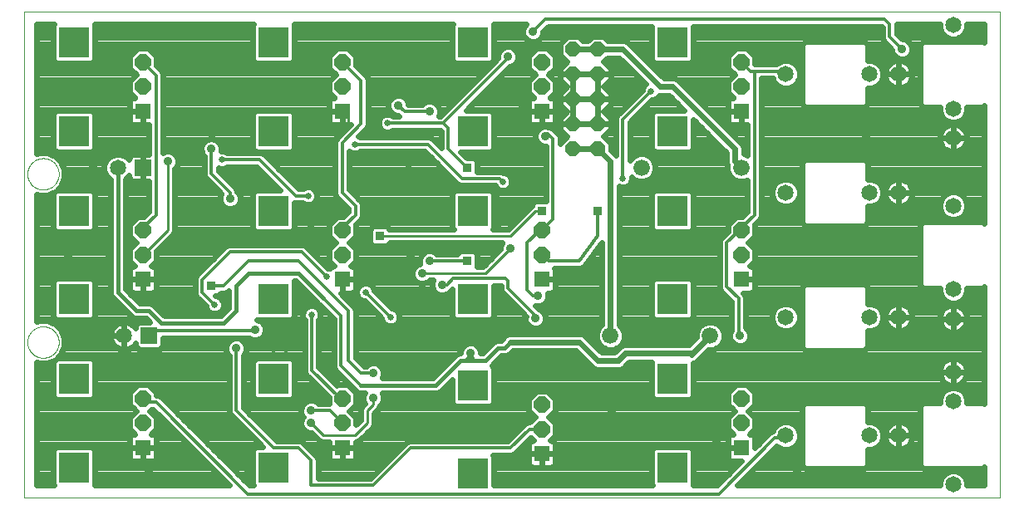
<source format=gtl>
G75*
%MOIN*%
%OFA0B0*%
%FSLAX25Y25*%
%IPPOS*%
%LPD*%
%AMOC8*
5,1,8,0,0,1.08239X$1,22.5*
%
%ADD10C,0.00000*%
%ADD11R,0.06496X0.06496*%
%ADD12OC8,0.06496*%
%ADD13R,0.12268X0.12268*%
%ADD14R,0.06500X0.06500*%
%ADD15C,0.06500*%
%ADD16C,0.06600*%
%ADD17C,0.06496*%
%ADD18OC8,0.06000*%
%ADD19C,0.02400*%
%ADD20C,0.03562*%
%ADD21C,0.01000*%
%ADD22C,0.01600*%
%ADD23C,0.01200*%
%ADD24C,0.02600*%
%ADD25C,0.01400*%
%ADD26R,0.03562X0.03562*%
D10*
X0002660Y0001000D02*
X0002660Y0195961D01*
X0393861Y0195961D01*
X0393861Y0001000D01*
X0002660Y0001000D01*
X0003861Y0063500D02*
X0003863Y0063658D01*
X0003869Y0063816D01*
X0003879Y0063974D01*
X0003893Y0064132D01*
X0003911Y0064289D01*
X0003932Y0064446D01*
X0003958Y0064602D01*
X0003988Y0064758D01*
X0004021Y0064913D01*
X0004059Y0065066D01*
X0004100Y0065219D01*
X0004145Y0065371D01*
X0004194Y0065522D01*
X0004247Y0065671D01*
X0004303Y0065819D01*
X0004363Y0065965D01*
X0004427Y0066110D01*
X0004495Y0066253D01*
X0004566Y0066395D01*
X0004640Y0066535D01*
X0004718Y0066672D01*
X0004800Y0066808D01*
X0004884Y0066942D01*
X0004973Y0067073D01*
X0005064Y0067202D01*
X0005159Y0067329D01*
X0005256Y0067454D01*
X0005357Y0067576D01*
X0005461Y0067695D01*
X0005568Y0067812D01*
X0005678Y0067926D01*
X0005791Y0068037D01*
X0005906Y0068146D01*
X0006024Y0068251D01*
X0006145Y0068353D01*
X0006268Y0068453D01*
X0006394Y0068549D01*
X0006522Y0068642D01*
X0006652Y0068732D01*
X0006785Y0068818D01*
X0006920Y0068902D01*
X0007056Y0068981D01*
X0007195Y0069058D01*
X0007336Y0069130D01*
X0007478Y0069200D01*
X0007622Y0069265D01*
X0007768Y0069327D01*
X0007915Y0069385D01*
X0008064Y0069440D01*
X0008214Y0069491D01*
X0008365Y0069538D01*
X0008517Y0069581D01*
X0008670Y0069620D01*
X0008825Y0069656D01*
X0008980Y0069687D01*
X0009136Y0069715D01*
X0009292Y0069739D01*
X0009449Y0069759D01*
X0009607Y0069775D01*
X0009764Y0069787D01*
X0009923Y0069795D01*
X0010081Y0069799D01*
X0010239Y0069799D01*
X0010397Y0069795D01*
X0010556Y0069787D01*
X0010713Y0069775D01*
X0010871Y0069759D01*
X0011028Y0069739D01*
X0011184Y0069715D01*
X0011340Y0069687D01*
X0011495Y0069656D01*
X0011650Y0069620D01*
X0011803Y0069581D01*
X0011955Y0069538D01*
X0012106Y0069491D01*
X0012256Y0069440D01*
X0012405Y0069385D01*
X0012552Y0069327D01*
X0012698Y0069265D01*
X0012842Y0069200D01*
X0012984Y0069130D01*
X0013125Y0069058D01*
X0013264Y0068981D01*
X0013400Y0068902D01*
X0013535Y0068818D01*
X0013668Y0068732D01*
X0013798Y0068642D01*
X0013926Y0068549D01*
X0014052Y0068453D01*
X0014175Y0068353D01*
X0014296Y0068251D01*
X0014414Y0068146D01*
X0014529Y0068037D01*
X0014642Y0067926D01*
X0014752Y0067812D01*
X0014859Y0067695D01*
X0014963Y0067576D01*
X0015064Y0067454D01*
X0015161Y0067329D01*
X0015256Y0067202D01*
X0015347Y0067073D01*
X0015436Y0066942D01*
X0015520Y0066808D01*
X0015602Y0066672D01*
X0015680Y0066535D01*
X0015754Y0066395D01*
X0015825Y0066253D01*
X0015893Y0066110D01*
X0015957Y0065965D01*
X0016017Y0065819D01*
X0016073Y0065671D01*
X0016126Y0065522D01*
X0016175Y0065371D01*
X0016220Y0065219D01*
X0016261Y0065066D01*
X0016299Y0064913D01*
X0016332Y0064758D01*
X0016362Y0064602D01*
X0016388Y0064446D01*
X0016409Y0064289D01*
X0016427Y0064132D01*
X0016441Y0063974D01*
X0016451Y0063816D01*
X0016457Y0063658D01*
X0016459Y0063500D01*
X0016457Y0063342D01*
X0016451Y0063184D01*
X0016441Y0063026D01*
X0016427Y0062868D01*
X0016409Y0062711D01*
X0016388Y0062554D01*
X0016362Y0062398D01*
X0016332Y0062242D01*
X0016299Y0062087D01*
X0016261Y0061934D01*
X0016220Y0061781D01*
X0016175Y0061629D01*
X0016126Y0061478D01*
X0016073Y0061329D01*
X0016017Y0061181D01*
X0015957Y0061035D01*
X0015893Y0060890D01*
X0015825Y0060747D01*
X0015754Y0060605D01*
X0015680Y0060465D01*
X0015602Y0060328D01*
X0015520Y0060192D01*
X0015436Y0060058D01*
X0015347Y0059927D01*
X0015256Y0059798D01*
X0015161Y0059671D01*
X0015064Y0059546D01*
X0014963Y0059424D01*
X0014859Y0059305D01*
X0014752Y0059188D01*
X0014642Y0059074D01*
X0014529Y0058963D01*
X0014414Y0058854D01*
X0014296Y0058749D01*
X0014175Y0058647D01*
X0014052Y0058547D01*
X0013926Y0058451D01*
X0013798Y0058358D01*
X0013668Y0058268D01*
X0013535Y0058182D01*
X0013400Y0058098D01*
X0013264Y0058019D01*
X0013125Y0057942D01*
X0012984Y0057870D01*
X0012842Y0057800D01*
X0012698Y0057735D01*
X0012552Y0057673D01*
X0012405Y0057615D01*
X0012256Y0057560D01*
X0012106Y0057509D01*
X0011955Y0057462D01*
X0011803Y0057419D01*
X0011650Y0057380D01*
X0011495Y0057344D01*
X0011340Y0057313D01*
X0011184Y0057285D01*
X0011028Y0057261D01*
X0010871Y0057241D01*
X0010713Y0057225D01*
X0010556Y0057213D01*
X0010397Y0057205D01*
X0010239Y0057201D01*
X0010081Y0057201D01*
X0009923Y0057205D01*
X0009764Y0057213D01*
X0009607Y0057225D01*
X0009449Y0057241D01*
X0009292Y0057261D01*
X0009136Y0057285D01*
X0008980Y0057313D01*
X0008825Y0057344D01*
X0008670Y0057380D01*
X0008517Y0057419D01*
X0008365Y0057462D01*
X0008214Y0057509D01*
X0008064Y0057560D01*
X0007915Y0057615D01*
X0007768Y0057673D01*
X0007622Y0057735D01*
X0007478Y0057800D01*
X0007336Y0057870D01*
X0007195Y0057942D01*
X0007056Y0058019D01*
X0006920Y0058098D01*
X0006785Y0058182D01*
X0006652Y0058268D01*
X0006522Y0058358D01*
X0006394Y0058451D01*
X0006268Y0058547D01*
X0006145Y0058647D01*
X0006024Y0058749D01*
X0005906Y0058854D01*
X0005791Y0058963D01*
X0005678Y0059074D01*
X0005568Y0059188D01*
X0005461Y0059305D01*
X0005357Y0059424D01*
X0005256Y0059546D01*
X0005159Y0059671D01*
X0005064Y0059798D01*
X0004973Y0059927D01*
X0004884Y0060058D01*
X0004800Y0060192D01*
X0004718Y0060328D01*
X0004640Y0060465D01*
X0004566Y0060605D01*
X0004495Y0060747D01*
X0004427Y0060890D01*
X0004363Y0061035D01*
X0004303Y0061181D01*
X0004247Y0061329D01*
X0004194Y0061478D01*
X0004145Y0061629D01*
X0004100Y0061781D01*
X0004059Y0061934D01*
X0004021Y0062087D01*
X0003988Y0062242D01*
X0003958Y0062398D01*
X0003932Y0062554D01*
X0003911Y0062711D01*
X0003893Y0062868D01*
X0003879Y0063026D01*
X0003869Y0063184D01*
X0003863Y0063342D01*
X0003861Y0063500D01*
X0003861Y0131000D02*
X0003863Y0131158D01*
X0003869Y0131316D01*
X0003879Y0131474D01*
X0003893Y0131632D01*
X0003911Y0131789D01*
X0003932Y0131946D01*
X0003958Y0132102D01*
X0003988Y0132258D01*
X0004021Y0132413D01*
X0004059Y0132566D01*
X0004100Y0132719D01*
X0004145Y0132871D01*
X0004194Y0133022D01*
X0004247Y0133171D01*
X0004303Y0133319D01*
X0004363Y0133465D01*
X0004427Y0133610D01*
X0004495Y0133753D01*
X0004566Y0133895D01*
X0004640Y0134035D01*
X0004718Y0134172D01*
X0004800Y0134308D01*
X0004884Y0134442D01*
X0004973Y0134573D01*
X0005064Y0134702D01*
X0005159Y0134829D01*
X0005256Y0134954D01*
X0005357Y0135076D01*
X0005461Y0135195D01*
X0005568Y0135312D01*
X0005678Y0135426D01*
X0005791Y0135537D01*
X0005906Y0135646D01*
X0006024Y0135751D01*
X0006145Y0135853D01*
X0006268Y0135953D01*
X0006394Y0136049D01*
X0006522Y0136142D01*
X0006652Y0136232D01*
X0006785Y0136318D01*
X0006920Y0136402D01*
X0007056Y0136481D01*
X0007195Y0136558D01*
X0007336Y0136630D01*
X0007478Y0136700D01*
X0007622Y0136765D01*
X0007768Y0136827D01*
X0007915Y0136885D01*
X0008064Y0136940D01*
X0008214Y0136991D01*
X0008365Y0137038D01*
X0008517Y0137081D01*
X0008670Y0137120D01*
X0008825Y0137156D01*
X0008980Y0137187D01*
X0009136Y0137215D01*
X0009292Y0137239D01*
X0009449Y0137259D01*
X0009607Y0137275D01*
X0009764Y0137287D01*
X0009923Y0137295D01*
X0010081Y0137299D01*
X0010239Y0137299D01*
X0010397Y0137295D01*
X0010556Y0137287D01*
X0010713Y0137275D01*
X0010871Y0137259D01*
X0011028Y0137239D01*
X0011184Y0137215D01*
X0011340Y0137187D01*
X0011495Y0137156D01*
X0011650Y0137120D01*
X0011803Y0137081D01*
X0011955Y0137038D01*
X0012106Y0136991D01*
X0012256Y0136940D01*
X0012405Y0136885D01*
X0012552Y0136827D01*
X0012698Y0136765D01*
X0012842Y0136700D01*
X0012984Y0136630D01*
X0013125Y0136558D01*
X0013264Y0136481D01*
X0013400Y0136402D01*
X0013535Y0136318D01*
X0013668Y0136232D01*
X0013798Y0136142D01*
X0013926Y0136049D01*
X0014052Y0135953D01*
X0014175Y0135853D01*
X0014296Y0135751D01*
X0014414Y0135646D01*
X0014529Y0135537D01*
X0014642Y0135426D01*
X0014752Y0135312D01*
X0014859Y0135195D01*
X0014963Y0135076D01*
X0015064Y0134954D01*
X0015161Y0134829D01*
X0015256Y0134702D01*
X0015347Y0134573D01*
X0015436Y0134442D01*
X0015520Y0134308D01*
X0015602Y0134172D01*
X0015680Y0134035D01*
X0015754Y0133895D01*
X0015825Y0133753D01*
X0015893Y0133610D01*
X0015957Y0133465D01*
X0016017Y0133319D01*
X0016073Y0133171D01*
X0016126Y0133022D01*
X0016175Y0132871D01*
X0016220Y0132719D01*
X0016261Y0132566D01*
X0016299Y0132413D01*
X0016332Y0132258D01*
X0016362Y0132102D01*
X0016388Y0131946D01*
X0016409Y0131789D01*
X0016427Y0131632D01*
X0016441Y0131474D01*
X0016451Y0131316D01*
X0016457Y0131158D01*
X0016459Y0131000D01*
X0016457Y0130842D01*
X0016451Y0130684D01*
X0016441Y0130526D01*
X0016427Y0130368D01*
X0016409Y0130211D01*
X0016388Y0130054D01*
X0016362Y0129898D01*
X0016332Y0129742D01*
X0016299Y0129587D01*
X0016261Y0129434D01*
X0016220Y0129281D01*
X0016175Y0129129D01*
X0016126Y0128978D01*
X0016073Y0128829D01*
X0016017Y0128681D01*
X0015957Y0128535D01*
X0015893Y0128390D01*
X0015825Y0128247D01*
X0015754Y0128105D01*
X0015680Y0127965D01*
X0015602Y0127828D01*
X0015520Y0127692D01*
X0015436Y0127558D01*
X0015347Y0127427D01*
X0015256Y0127298D01*
X0015161Y0127171D01*
X0015064Y0127046D01*
X0014963Y0126924D01*
X0014859Y0126805D01*
X0014752Y0126688D01*
X0014642Y0126574D01*
X0014529Y0126463D01*
X0014414Y0126354D01*
X0014296Y0126249D01*
X0014175Y0126147D01*
X0014052Y0126047D01*
X0013926Y0125951D01*
X0013798Y0125858D01*
X0013668Y0125768D01*
X0013535Y0125682D01*
X0013400Y0125598D01*
X0013264Y0125519D01*
X0013125Y0125442D01*
X0012984Y0125370D01*
X0012842Y0125300D01*
X0012698Y0125235D01*
X0012552Y0125173D01*
X0012405Y0125115D01*
X0012256Y0125060D01*
X0012106Y0125009D01*
X0011955Y0124962D01*
X0011803Y0124919D01*
X0011650Y0124880D01*
X0011495Y0124844D01*
X0011340Y0124813D01*
X0011184Y0124785D01*
X0011028Y0124761D01*
X0010871Y0124741D01*
X0010713Y0124725D01*
X0010556Y0124713D01*
X0010397Y0124705D01*
X0010239Y0124701D01*
X0010081Y0124701D01*
X0009923Y0124705D01*
X0009764Y0124713D01*
X0009607Y0124725D01*
X0009449Y0124741D01*
X0009292Y0124761D01*
X0009136Y0124785D01*
X0008980Y0124813D01*
X0008825Y0124844D01*
X0008670Y0124880D01*
X0008517Y0124919D01*
X0008365Y0124962D01*
X0008214Y0125009D01*
X0008064Y0125060D01*
X0007915Y0125115D01*
X0007768Y0125173D01*
X0007622Y0125235D01*
X0007478Y0125300D01*
X0007336Y0125370D01*
X0007195Y0125442D01*
X0007056Y0125519D01*
X0006920Y0125598D01*
X0006785Y0125682D01*
X0006652Y0125768D01*
X0006522Y0125858D01*
X0006394Y0125951D01*
X0006268Y0126047D01*
X0006145Y0126147D01*
X0006024Y0126249D01*
X0005906Y0126354D01*
X0005791Y0126463D01*
X0005678Y0126574D01*
X0005568Y0126688D01*
X0005461Y0126805D01*
X0005357Y0126924D01*
X0005256Y0127046D01*
X0005159Y0127171D01*
X0005064Y0127298D01*
X0004973Y0127427D01*
X0004884Y0127558D01*
X0004800Y0127692D01*
X0004718Y0127828D01*
X0004640Y0127965D01*
X0004566Y0128105D01*
X0004495Y0128247D01*
X0004427Y0128390D01*
X0004363Y0128535D01*
X0004303Y0128681D01*
X0004247Y0128829D01*
X0004194Y0128978D01*
X0004145Y0129129D01*
X0004100Y0129281D01*
X0004059Y0129434D01*
X0004021Y0129587D01*
X0003988Y0129742D01*
X0003958Y0129898D01*
X0003932Y0130054D01*
X0003911Y0130211D01*
X0003893Y0130368D01*
X0003879Y0130526D01*
X0003869Y0130684D01*
X0003863Y0130842D01*
X0003861Y0131000D01*
D11*
X0050219Y0156157D03*
X0130219Y0156157D03*
X0210219Y0156157D03*
X0290219Y0156157D03*
X0290219Y0088657D03*
X0210219Y0088657D03*
X0130219Y0088657D03*
X0050219Y0088657D03*
X0050219Y0021157D03*
X0130219Y0021157D03*
X0210219Y0018657D03*
X0290219Y0021157D03*
D12*
X0290219Y0031000D03*
X0290219Y0040843D03*
X0210219Y0038343D03*
X0210219Y0028500D03*
X0130219Y0031000D03*
X0130219Y0040843D03*
X0050219Y0040843D03*
X0050219Y0031000D03*
X0050219Y0098500D03*
X0050219Y0108343D03*
X0130219Y0108343D03*
X0130219Y0098500D03*
X0210219Y0098500D03*
X0210219Y0108343D03*
X0290219Y0108343D03*
X0290219Y0098500D03*
X0290219Y0166000D03*
X0290219Y0175843D03*
X0210219Y0175843D03*
X0210219Y0166000D03*
X0130219Y0166000D03*
X0130219Y0175843D03*
X0050219Y0175843D03*
X0050219Y0166000D03*
D13*
X0022660Y0148283D03*
X0022660Y0116217D03*
X0022660Y0080783D03*
X0022660Y0048717D03*
X0022660Y0013283D03*
X0102660Y0013283D03*
X0102660Y0048717D03*
X0102660Y0080783D03*
X0102660Y0116217D03*
X0102660Y0148283D03*
X0102660Y0183717D03*
X0022660Y0183717D03*
X0182660Y0183717D03*
X0182660Y0148283D03*
X0182660Y0116217D03*
X0182660Y0080783D03*
X0182660Y0046217D03*
X0182660Y0010783D03*
X0262660Y0013283D03*
X0262660Y0048717D03*
X0262660Y0080783D03*
X0262660Y0116217D03*
X0262660Y0148283D03*
X0262660Y0183717D03*
D14*
X0050160Y0133500D03*
X0052660Y0066000D03*
D15*
X0042660Y0066000D03*
X0040160Y0133500D03*
D16*
X0237660Y0066000D03*
X0277660Y0066000D03*
X0290160Y0133500D03*
X0250160Y0133500D03*
D17*
X0307975Y0123500D03*
X0341439Y0123500D03*
X0353250Y0123500D03*
X0375160Y0118185D03*
X0375160Y0145409D03*
X0375160Y0157220D03*
X0353250Y0171000D03*
X0341439Y0171000D03*
X0307975Y0171000D03*
X0375160Y0190685D03*
X0375160Y0084720D03*
X0375160Y0072909D03*
X0353250Y0073500D03*
X0341439Y0073500D03*
X0307975Y0073500D03*
X0375160Y0051591D03*
X0375160Y0039780D03*
X0353250Y0026000D03*
X0341439Y0026000D03*
X0307975Y0026000D03*
X0375160Y0006315D03*
D18*
X0232660Y0141000D03*
X0222660Y0141000D03*
X0222660Y0151000D03*
X0232660Y0151000D03*
X0232660Y0161000D03*
X0222660Y0161000D03*
X0222660Y0171000D03*
X0232660Y0171000D03*
X0232660Y0181000D03*
X0222660Y0181000D03*
D19*
X0232660Y0181000D01*
X0242660Y0181000D01*
X0257660Y0166000D01*
X0262660Y0166000D01*
X0287660Y0141000D01*
X0287660Y0136000D01*
X0290160Y0133500D01*
X0284660Y0132918D02*
X0255660Y0132918D01*
X0255660Y0132406D02*
X0255660Y0134594D01*
X0254823Y0136615D01*
X0253275Y0138163D01*
X0251254Y0139000D01*
X0249066Y0139000D01*
X0247044Y0138163D01*
X0245497Y0136615D01*
X0245460Y0136525D01*
X0245460Y0151715D01*
X0254370Y0160625D01*
X0254606Y0160625D01*
X0255892Y0161158D01*
X0256877Y0162142D01*
X0257067Y0162600D01*
X0261252Y0162600D01*
X0267234Y0156617D01*
X0255615Y0156617D01*
X0254326Y0155329D01*
X0254326Y0141238D01*
X0255615Y0139950D01*
X0269705Y0139950D01*
X0270994Y0141238D01*
X0270994Y0152858D01*
X0284260Y0139592D01*
X0284260Y0135324D01*
X0284660Y0134358D01*
X0284660Y0132406D01*
X0285497Y0130384D01*
X0287044Y0128837D01*
X0289066Y0128000D01*
X0291254Y0128000D01*
X0292660Y0128582D01*
X0292660Y0115760D01*
X0290691Y0113791D01*
X0287962Y0113791D01*
X0284771Y0110599D01*
X0284771Y0107871D01*
X0281886Y0104986D01*
X0281460Y0103957D01*
X0281460Y0085243D01*
X0281886Y0084214D01*
X0282674Y0083426D01*
X0286260Y0079840D01*
X0286260Y0068195D01*
X0285679Y0066792D01*
X0285679Y0065208D01*
X0286285Y0063745D01*
X0287405Y0062625D01*
X0288868Y0062019D01*
X0290452Y0062019D01*
X0291915Y0062625D01*
X0293035Y0063745D01*
X0293641Y0065208D01*
X0293641Y0066792D01*
X0293035Y0068255D01*
X0291915Y0069375D01*
X0291860Y0069398D01*
X0291860Y0081557D01*
X0291434Y0082586D01*
X0290810Y0083209D01*
X0293757Y0083209D01*
X0294316Y0083359D01*
X0294818Y0083649D01*
X0295227Y0084059D01*
X0295517Y0084560D01*
X0295667Y0085120D01*
X0295667Y0088657D01*
X0290219Y0088657D01*
X0290219Y0088658D01*
X0295667Y0088658D01*
X0295667Y0092195D01*
X0295517Y0092755D01*
X0295227Y0093256D01*
X0294818Y0093666D01*
X0294316Y0093956D01*
X0293757Y0094105D01*
X0293529Y0094105D01*
X0295667Y0096243D01*
X0295667Y0100757D01*
X0293002Y0103421D01*
X0295667Y0106086D01*
X0295667Y0110599D01*
X0295543Y0110723D01*
X0297834Y0113014D01*
X0298260Y0114043D01*
X0298260Y0169400D01*
X0302741Y0169400D01*
X0303356Y0167914D01*
X0304889Y0166381D01*
X0306891Y0165552D01*
X0309058Y0165552D01*
X0311061Y0166381D01*
X0312593Y0167914D01*
X0313423Y0169916D01*
X0313423Y0172084D01*
X0312593Y0174086D01*
X0311061Y0175619D01*
X0309058Y0176448D01*
X0306891Y0176448D01*
X0304889Y0175619D01*
X0304270Y0175000D01*
X0295667Y0175000D01*
X0295667Y0178099D01*
X0292476Y0181291D01*
X0287962Y0181291D01*
X0284771Y0178099D01*
X0284771Y0173586D01*
X0287435Y0170921D01*
X0284771Y0168257D01*
X0284771Y0163743D01*
X0286909Y0161605D01*
X0286681Y0161605D01*
X0286122Y0161456D01*
X0285620Y0161166D01*
X0285210Y0160756D01*
X0284921Y0160255D01*
X0284771Y0159695D01*
X0284771Y0156158D01*
X0290219Y0156158D01*
X0290219Y0156157D01*
X0290219Y0150709D01*
X0292660Y0150709D01*
X0292660Y0138418D01*
X0291254Y0139000D01*
X0291060Y0139000D01*
X0291060Y0141676D01*
X0290542Y0142926D01*
X0289586Y0143882D01*
X0264586Y0168882D01*
X0263336Y0169400D01*
X0259068Y0169400D01*
X0244586Y0183882D01*
X0243336Y0184400D01*
X0236614Y0184400D01*
X0234814Y0186200D01*
X0230506Y0186200D01*
X0228706Y0184400D01*
X0226614Y0184400D01*
X0224814Y0186200D01*
X0220506Y0186200D01*
X0217460Y0183154D01*
X0217460Y0178846D01*
X0220306Y0176000D01*
X0217460Y0173154D01*
X0217460Y0171000D01*
X0222660Y0171000D01*
X0232660Y0171000D01*
X0237860Y0171000D01*
X0237860Y0173154D01*
X0235014Y0176000D01*
X0236614Y0177600D01*
X0241252Y0177600D01*
X0251843Y0167008D01*
X0250943Y0166108D01*
X0250410Y0164821D01*
X0250410Y0164585D01*
X0240286Y0154461D01*
X0239860Y0153432D01*
X0239860Y0138608D01*
X0237860Y0140608D01*
X0237860Y0143154D01*
X0235014Y0146000D01*
X0237860Y0148846D01*
X0237860Y0151000D01*
X0237860Y0153154D01*
X0235014Y0156000D01*
X0237860Y0158846D01*
X0237860Y0161000D01*
X0237860Y0163154D01*
X0235014Y0166000D01*
X0237860Y0168846D01*
X0237860Y0171000D01*
X0232660Y0171000D01*
X0232660Y0171000D01*
X0232660Y0165800D01*
X0232660Y0161000D01*
X0237860Y0161000D01*
X0232660Y0161000D01*
X0232660Y0161000D01*
X0232660Y0161000D01*
X0232660Y0155800D01*
X0232660Y0151000D01*
X0237860Y0151000D01*
X0232660Y0151000D01*
X0232660Y0151000D01*
X0232660Y0151000D01*
X0232660Y0161000D01*
X0232660Y0161000D01*
X0232660Y0171000D01*
X0232660Y0171000D01*
X0227860Y0171000D01*
X0222660Y0171000D01*
X0222660Y0171000D01*
X0222660Y0165800D01*
X0222660Y0161000D01*
X0232660Y0161000D01*
X0227460Y0161000D01*
X0222660Y0161000D01*
X0222660Y0161000D01*
X0222660Y0161000D01*
X0222660Y0155800D01*
X0222660Y0151000D01*
X0232660Y0151000D01*
X0227460Y0151000D01*
X0222660Y0151000D01*
X0222660Y0151000D01*
X0222660Y0151000D01*
X0222660Y0161000D01*
X0222660Y0161000D01*
X0222660Y0171000D01*
X0222660Y0171000D01*
X0217460Y0171000D01*
X0217460Y0168846D01*
X0220306Y0166000D01*
X0217460Y0163154D01*
X0217460Y0161000D01*
X0222660Y0161000D01*
X0217460Y0161000D01*
X0217460Y0158846D01*
X0220306Y0156000D01*
X0217460Y0153154D01*
X0217460Y0151000D01*
X0222660Y0151000D01*
X0217460Y0151000D01*
X0217460Y0148846D01*
X0220306Y0146000D01*
X0217560Y0143254D01*
X0217560Y0145577D01*
X0217118Y0146643D01*
X0216303Y0147458D01*
X0214303Y0149458D01*
X0213237Y0149900D01*
X0212648Y0149900D01*
X0212452Y0149981D01*
X0210868Y0149981D01*
X0209405Y0149375D01*
X0208285Y0148255D01*
X0207679Y0146792D01*
X0207679Y0145208D01*
X0208285Y0143745D01*
X0209405Y0142625D01*
X0210868Y0142019D01*
X0211760Y0142019D01*
X0211760Y0119981D01*
X0207467Y0119981D01*
X0206179Y0118692D01*
X0206179Y0118309D01*
X0206130Y0118289D01*
X0196541Y0108700D01*
X0190522Y0108700D01*
X0190994Y0109171D01*
X0190994Y0123262D01*
X0189705Y0124550D01*
X0175615Y0124550D01*
X0174326Y0123262D01*
X0174326Y0109171D01*
X0174797Y0108700D01*
X0149133Y0108700D01*
X0147852Y0109981D01*
X0142467Y0109981D01*
X0141179Y0108692D01*
X0141179Y0103308D01*
X0142467Y0102019D01*
X0147852Y0102019D01*
X0149133Y0103300D01*
X0194330Y0103300D01*
X0194285Y0103255D01*
X0193679Y0101792D01*
X0193679Y0100837D01*
X0186541Y0093700D01*
X0184141Y0093700D01*
X0184141Y0098692D01*
X0182852Y0099981D01*
X0177467Y0099981D01*
X0176286Y0098800D01*
X0167990Y0098800D01*
X0167415Y0099375D01*
X0165952Y0099981D01*
X0164368Y0099981D01*
X0162905Y0099375D01*
X0161785Y0098255D01*
X0161179Y0096792D01*
X0161179Y0095208D01*
X0161287Y0094947D01*
X0159905Y0094375D01*
X0158785Y0093255D01*
X0158179Y0091792D01*
X0158179Y0090208D01*
X0158785Y0088745D01*
X0159905Y0087625D01*
X0161368Y0087019D01*
X0162952Y0087019D01*
X0164415Y0087625D01*
X0165090Y0088300D01*
X0166596Y0088300D01*
X0166179Y0087292D01*
X0166179Y0085708D01*
X0166785Y0084245D01*
X0167905Y0083125D01*
X0169368Y0082519D01*
X0170952Y0082519D01*
X0172415Y0083125D01*
X0173183Y0083893D01*
X0173746Y0084126D01*
X0174326Y0084706D01*
X0174326Y0073738D01*
X0175615Y0072450D01*
X0189705Y0072450D01*
X0190994Y0073738D01*
X0190994Y0086200D01*
X0193860Y0086200D01*
X0193860Y0084443D01*
X0194286Y0083414D01*
X0195074Y0082626D01*
X0203746Y0073954D01*
X0203679Y0073792D01*
X0203679Y0072208D01*
X0204285Y0070745D01*
X0205405Y0069625D01*
X0206868Y0069019D01*
X0208452Y0069019D01*
X0209915Y0069625D01*
X0211035Y0070745D01*
X0211641Y0072208D01*
X0211641Y0073792D01*
X0211035Y0075255D01*
X0209915Y0076375D01*
X0208771Y0076849D01*
X0207412Y0078208D01*
X0207868Y0078019D01*
X0209452Y0078019D01*
X0210915Y0078625D01*
X0212035Y0079745D01*
X0212641Y0081208D01*
X0212641Y0082792D01*
X0212468Y0083209D01*
X0213757Y0083209D01*
X0214316Y0083359D01*
X0214818Y0083649D01*
X0215227Y0084059D01*
X0215517Y0084560D01*
X0215667Y0085120D01*
X0215667Y0088657D01*
X0210219Y0088657D01*
X0210219Y0088658D01*
X0215667Y0088658D01*
X0215667Y0092195D01*
X0215517Y0092755D01*
X0215260Y0093200D01*
X0224807Y0093200D01*
X0225004Y0093149D01*
X0225359Y0093200D01*
X0225717Y0093200D01*
X0225905Y0093278D01*
X0226107Y0093307D01*
X0226415Y0093489D01*
X0226746Y0093626D01*
X0226890Y0093770D01*
X0227066Y0093874D01*
X0227280Y0094161D01*
X0227534Y0094414D01*
X0227612Y0094602D01*
X0234260Y0103467D01*
X0234260Y0070378D01*
X0232997Y0069115D01*
X0232160Y0067094D01*
X0232160Y0064906D01*
X0232997Y0062884D01*
X0234544Y0061337D01*
X0236566Y0060500D01*
X0238754Y0060500D01*
X0240775Y0061337D01*
X0242323Y0062884D01*
X0243160Y0064906D01*
X0243160Y0067094D01*
X0242323Y0069115D01*
X0241060Y0070378D01*
X0241060Y0125999D01*
X0241964Y0125625D01*
X0243356Y0125625D01*
X0244642Y0126158D01*
X0245627Y0127142D01*
X0246160Y0128429D01*
X0246160Y0129722D01*
X0247044Y0128837D01*
X0249066Y0128000D01*
X0251254Y0128000D01*
X0253275Y0128837D01*
X0254823Y0130384D01*
X0255660Y0132406D01*
X0254878Y0130520D02*
X0285441Y0130520D01*
X0288773Y0128121D02*
X0251546Y0128121D01*
X0248773Y0128121D02*
X0246032Y0128121D01*
X0243592Y0125723D02*
X0292660Y0125723D01*
X0292660Y0123324D02*
X0270931Y0123324D01*
X0270994Y0123262D02*
X0269705Y0124550D01*
X0255615Y0124550D01*
X0254326Y0123262D01*
X0254326Y0109171D01*
X0255615Y0107883D01*
X0269705Y0107883D01*
X0270994Y0109171D01*
X0270994Y0123262D01*
X0270994Y0120926D02*
X0292660Y0120926D01*
X0292660Y0118527D02*
X0270994Y0118527D01*
X0270994Y0116129D02*
X0292660Y0116129D01*
X0298260Y0116129D02*
X0314436Y0116129D01*
X0314436Y0113730D02*
X0298130Y0113730D01*
X0296151Y0111332D02*
X0314670Y0111332D01*
X0314436Y0111565D02*
X0315725Y0110276D01*
X0339595Y0110276D01*
X0340883Y0111565D01*
X0340883Y0118052D01*
X0342523Y0118052D01*
X0344525Y0118881D01*
X0346058Y0120414D01*
X0346887Y0122416D01*
X0346887Y0124584D01*
X0346058Y0126586D01*
X0344525Y0128119D01*
X0342523Y0128948D01*
X0340883Y0128948D01*
X0340883Y0135435D01*
X0339595Y0136724D01*
X0315725Y0136724D01*
X0314436Y0135435D01*
X0314436Y0111565D01*
X0311061Y0118881D02*
X0309058Y0118052D01*
X0306891Y0118052D01*
X0304889Y0118881D01*
X0303356Y0120414D01*
X0302527Y0122416D01*
X0302527Y0124584D01*
X0303356Y0126586D01*
X0304889Y0128119D01*
X0306891Y0128948D01*
X0309058Y0128948D01*
X0311061Y0128119D01*
X0312593Y0126586D01*
X0313423Y0124584D01*
X0313423Y0122416D01*
X0312593Y0120414D01*
X0311061Y0118881D01*
X0310205Y0118527D02*
X0314436Y0118527D01*
X0314436Y0120926D02*
X0312805Y0120926D01*
X0313423Y0123324D02*
X0314436Y0123324D01*
X0314436Y0125723D02*
X0312951Y0125723D01*
X0314436Y0128121D02*
X0311055Y0128121D01*
X0314436Y0130520D02*
X0298260Y0130520D01*
X0298260Y0132918D02*
X0314436Y0132918D01*
X0314436Y0135317D02*
X0298260Y0135317D01*
X0298260Y0137715D02*
X0387660Y0137715D01*
X0387660Y0135317D02*
X0340883Y0135317D01*
X0340883Y0132918D02*
X0387660Y0132918D01*
X0387660Y0130520D02*
X0340883Y0130520D01*
X0344519Y0128121D02*
X0350342Y0128121D01*
X0350395Y0128160D02*
X0349701Y0127656D01*
X0349095Y0127049D01*
X0348591Y0126355D01*
X0348202Y0125591D01*
X0347937Y0124776D01*
X0347802Y0123929D01*
X0347802Y0123500D01*
X0347802Y0123071D01*
X0347937Y0122224D01*
X0348202Y0121409D01*
X0348591Y0120645D01*
X0349095Y0119951D01*
X0349701Y0119344D01*
X0350395Y0118840D01*
X0351159Y0118451D01*
X0351975Y0118186D01*
X0352822Y0118052D01*
X0353250Y0118052D01*
X0353250Y0123500D01*
X0347802Y0123500D01*
X0353250Y0123500D01*
X0353250Y0123500D01*
X0353250Y0128948D01*
X0352822Y0128948D01*
X0351975Y0128814D01*
X0351159Y0128549D01*
X0350395Y0128160D01*
X0353250Y0128121D02*
X0353250Y0128121D01*
X0353250Y0128948D02*
X0353250Y0123500D01*
X0353250Y0123500D01*
X0353250Y0123500D01*
X0353250Y0118052D01*
X0353679Y0118052D01*
X0354526Y0118186D01*
X0355342Y0118451D01*
X0356106Y0118840D01*
X0356800Y0119344D01*
X0357406Y0119951D01*
X0357910Y0120645D01*
X0358299Y0121409D01*
X0358564Y0122224D01*
X0358698Y0123071D01*
X0358698Y0123500D01*
X0358698Y0123929D01*
X0358564Y0124776D01*
X0358299Y0125591D01*
X0357910Y0126355D01*
X0357406Y0127049D01*
X0356800Y0127656D01*
X0356106Y0128160D01*
X0355342Y0128549D01*
X0354526Y0128814D01*
X0353679Y0128948D01*
X0353250Y0128948D01*
X0356159Y0128121D02*
X0387660Y0128121D01*
X0387660Y0125723D02*
X0358232Y0125723D01*
X0358698Y0123500D02*
X0353251Y0123500D01*
X0353251Y0123500D01*
X0358698Y0123500D01*
X0358698Y0123324D02*
X0373330Y0123324D01*
X0374076Y0123633D02*
X0372074Y0122804D01*
X0370541Y0121271D01*
X0369712Y0119269D01*
X0369712Y0117101D01*
X0370541Y0115099D01*
X0372074Y0113566D01*
X0374076Y0112737D01*
X0376244Y0112737D01*
X0378246Y0113566D01*
X0379778Y0115099D01*
X0380608Y0117101D01*
X0380608Y0119269D01*
X0379778Y0121271D01*
X0378246Y0122804D01*
X0376244Y0123633D01*
X0374076Y0123633D01*
X0376989Y0123324D02*
X0387660Y0123324D01*
X0387660Y0120926D02*
X0379922Y0120926D01*
X0380608Y0118527D02*
X0387660Y0118527D01*
X0387660Y0116129D02*
X0380205Y0116129D01*
X0378410Y0113730D02*
X0387660Y0113730D01*
X0387095Y0111724D02*
X0363225Y0111724D01*
X0361936Y0110435D01*
X0361936Y0086565D01*
X0363225Y0085276D01*
X0369712Y0085276D01*
X0369712Y0083637D01*
X0370541Y0081634D01*
X0372074Y0080102D01*
X0374076Y0079272D01*
X0376244Y0079272D01*
X0378246Y0080102D01*
X0379778Y0081634D01*
X0380608Y0083637D01*
X0380608Y0085276D01*
X0387095Y0085276D01*
X0387660Y0085841D01*
X0387660Y0038659D01*
X0387095Y0039224D01*
X0380608Y0039224D01*
X0380608Y0040863D01*
X0379778Y0042866D01*
X0378246Y0044398D01*
X0376244Y0045228D01*
X0374076Y0045228D01*
X0372074Y0044398D01*
X0370541Y0042866D01*
X0369712Y0040863D01*
X0369712Y0039224D01*
X0363225Y0039224D01*
X0361936Y0037935D01*
X0361936Y0014065D01*
X0363225Y0012776D01*
X0387095Y0012776D01*
X0387660Y0013341D01*
X0387660Y0006000D01*
X0380608Y0006000D01*
X0380608Y0007399D01*
X0379778Y0009401D01*
X0378246Y0010934D01*
X0376244Y0011763D01*
X0374076Y0011763D01*
X0372074Y0010934D01*
X0370541Y0009401D01*
X0369712Y0007399D01*
X0369712Y0006000D01*
X0288420Y0006000D01*
X0304345Y0021925D01*
X0304889Y0021381D01*
X0306891Y0020552D01*
X0309058Y0020552D01*
X0311061Y0021381D01*
X0312593Y0022914D01*
X0313423Y0024916D01*
X0313423Y0027084D01*
X0312593Y0029086D01*
X0311061Y0030619D01*
X0309058Y0031448D01*
X0306891Y0031448D01*
X0304889Y0030619D01*
X0303356Y0029086D01*
X0302807Y0027760D01*
X0301874Y0027374D01*
X0295667Y0021167D01*
X0295667Y0024695D01*
X0295517Y0025255D01*
X0295227Y0025756D01*
X0294818Y0026166D01*
X0294316Y0026456D01*
X0293757Y0026605D01*
X0293529Y0026605D01*
X0295667Y0028743D01*
X0295667Y0033257D01*
X0293002Y0035921D01*
X0295667Y0038586D01*
X0295667Y0043099D01*
X0292476Y0046291D01*
X0287962Y0046291D01*
X0284771Y0043099D01*
X0284771Y0038586D01*
X0287435Y0035921D01*
X0284771Y0033257D01*
X0284771Y0028743D01*
X0286909Y0026605D01*
X0286681Y0026605D01*
X0286122Y0026456D01*
X0285620Y0026166D01*
X0285210Y0025756D01*
X0284921Y0025255D01*
X0284771Y0024695D01*
X0284771Y0021158D01*
X0290219Y0021158D01*
X0290219Y0021157D01*
X0284771Y0021157D01*
X0284771Y0017620D01*
X0284921Y0017060D01*
X0285210Y0016559D01*
X0285620Y0016149D01*
X0286122Y0015859D01*
X0286681Y0015709D01*
X0290210Y0015709D01*
X0280500Y0006000D01*
X0270755Y0006000D01*
X0270994Y0006238D01*
X0270994Y0020329D01*
X0269705Y0021617D01*
X0255615Y0021617D01*
X0254326Y0020329D01*
X0254326Y0006238D01*
X0254564Y0006000D01*
X0190994Y0006000D01*
X0190994Y0017829D01*
X0190622Y0018200D01*
X0198217Y0018200D01*
X0199246Y0018626D01*
X0200034Y0019414D01*
X0205817Y0025197D01*
X0206909Y0024105D01*
X0206681Y0024105D01*
X0206122Y0023956D01*
X0205620Y0023666D01*
X0205210Y0023256D01*
X0204921Y0022755D01*
X0204771Y0022195D01*
X0204771Y0018658D01*
X0210219Y0018658D01*
X0215667Y0018658D01*
X0215667Y0022195D01*
X0215517Y0022755D01*
X0215227Y0023256D01*
X0214818Y0023666D01*
X0214316Y0023956D01*
X0213757Y0024105D01*
X0213529Y0024105D01*
X0215667Y0026243D01*
X0215667Y0030757D01*
X0213002Y0033421D01*
X0215667Y0036086D01*
X0215667Y0040599D01*
X0212476Y0043791D01*
X0207962Y0043791D01*
X0204771Y0040599D01*
X0204771Y0036086D01*
X0207435Y0033421D01*
X0205314Y0031300D01*
X0204603Y0031300D01*
X0203574Y0030874D01*
X0196500Y0023800D01*
X0157103Y0023800D01*
X0156074Y0023374D01*
X0141500Y0008800D01*
X0120460Y0008800D01*
X0120460Y0016557D01*
X0120034Y0017586D01*
X0115034Y0022586D01*
X0114246Y0023374D01*
X0113217Y0023800D01*
X0103820Y0023800D01*
X0090460Y0037160D01*
X0090460Y0058170D01*
X0091035Y0058745D01*
X0091641Y0060208D01*
X0091641Y0061792D01*
X0091035Y0063255D01*
X0089915Y0064375D01*
X0088452Y0064981D01*
X0086868Y0064981D01*
X0085405Y0064375D01*
X0084285Y0063255D01*
X0083679Y0061792D01*
X0083679Y0060208D01*
X0084285Y0058745D01*
X0084860Y0058170D01*
X0084860Y0035443D01*
X0085286Y0034414D01*
X0086074Y0033626D01*
X0098083Y0021617D01*
X0095615Y0021617D01*
X0094326Y0020329D01*
X0094326Y0006238D01*
X0094564Y0006000D01*
X0092820Y0006000D01*
X0057834Y0040986D01*
X0057046Y0041774D01*
X0056017Y0042200D01*
X0055667Y0042200D01*
X0055667Y0043099D01*
X0052476Y0046291D01*
X0047962Y0046291D01*
X0044771Y0043099D01*
X0044771Y0038586D01*
X0047435Y0035921D01*
X0044771Y0033257D01*
X0044771Y0028743D01*
X0046909Y0026605D01*
X0046681Y0026605D01*
X0046122Y0026456D01*
X0045620Y0026166D01*
X0045210Y0025756D01*
X0044921Y0025255D01*
X0044771Y0024695D01*
X0044771Y0021158D01*
X0050219Y0021158D01*
X0055667Y0021158D01*
X0055667Y0024695D01*
X0055517Y0025255D01*
X0055227Y0025756D01*
X0054818Y0026166D01*
X0054316Y0026456D01*
X0053757Y0026605D01*
X0053529Y0026605D01*
X0055667Y0028743D01*
X0055667Y0033257D01*
X0053002Y0035921D01*
X0053681Y0036600D01*
X0054300Y0036600D01*
X0084900Y0006000D01*
X0030755Y0006000D01*
X0030994Y0006238D01*
X0030994Y0020329D01*
X0029705Y0021617D01*
X0015615Y0021617D01*
X0014326Y0020329D01*
X0014326Y0006238D01*
X0014564Y0006000D01*
X0007660Y0006000D01*
X0007660Y0055336D01*
X0008469Y0055001D01*
X0011850Y0055001D01*
X0014778Y0056213D01*
X0014326Y0055762D01*
X0014326Y0041671D01*
X0015615Y0040383D01*
X0029705Y0040383D01*
X0030994Y0041671D01*
X0030994Y0055762D01*
X0029705Y0057050D01*
X0015730Y0057050D01*
X0017365Y0058686D01*
X0018659Y0061809D01*
X0018659Y0065191D01*
X0017365Y0068314D01*
X0014974Y0070705D01*
X0011850Y0071999D01*
X0008469Y0071999D01*
X0007660Y0071664D01*
X0007660Y0122836D01*
X0008469Y0122501D01*
X0011850Y0122501D01*
X0014778Y0123713D01*
X0014326Y0123262D01*
X0014326Y0109171D01*
X0015615Y0107883D01*
X0029705Y0107883D01*
X0030994Y0109171D01*
X0030994Y0123262D01*
X0029705Y0124550D01*
X0015730Y0124550D01*
X0017365Y0126186D01*
X0018659Y0129309D01*
X0018659Y0132691D01*
X0017365Y0135814D01*
X0014974Y0138205D01*
X0011850Y0139499D01*
X0008469Y0139499D01*
X0007660Y0139164D01*
X0007660Y0191000D01*
X0014564Y0191000D01*
X0014326Y0190762D01*
X0014326Y0176671D01*
X0015615Y0175383D01*
X0029705Y0175383D01*
X0030994Y0176671D01*
X0030994Y0190762D01*
X0030755Y0191000D01*
X0094564Y0191000D01*
X0094326Y0190762D01*
X0094326Y0176671D01*
X0095615Y0175383D01*
X0109705Y0175383D01*
X0110994Y0176671D01*
X0110994Y0190762D01*
X0110755Y0191000D01*
X0174564Y0191000D01*
X0174326Y0190762D01*
X0174326Y0176671D01*
X0175615Y0175383D01*
X0189705Y0175383D01*
X0190994Y0176671D01*
X0190994Y0190762D01*
X0190755Y0191000D01*
X0204030Y0191000D01*
X0203285Y0190255D01*
X0202679Y0188792D01*
X0202679Y0187208D01*
X0203285Y0185745D01*
X0204405Y0184625D01*
X0205868Y0184019D01*
X0207452Y0184019D01*
X0208915Y0184625D01*
X0210035Y0185745D01*
X0210641Y0187208D01*
X0210641Y0188021D01*
X0212820Y0190200D01*
X0254326Y0190200D01*
X0254326Y0176671D01*
X0255615Y0175383D01*
X0269705Y0175383D01*
X0270994Y0176671D01*
X0270994Y0190200D01*
X0346500Y0190200D01*
X0346760Y0189940D01*
X0346760Y0185423D01*
X0347201Y0184357D01*
X0350679Y0180880D01*
X0350679Y0180208D01*
X0351285Y0178745D01*
X0352405Y0177625D01*
X0353868Y0177019D01*
X0355452Y0177019D01*
X0356915Y0177625D01*
X0358035Y0178745D01*
X0358641Y0180208D01*
X0358641Y0181792D01*
X0358035Y0183255D01*
X0356915Y0184375D01*
X0355452Y0184981D01*
X0354780Y0184981D01*
X0352560Y0187201D01*
X0352560Y0191000D01*
X0369712Y0191000D01*
X0369712Y0189601D01*
X0370541Y0187599D01*
X0372074Y0186066D01*
X0374076Y0185237D01*
X0376244Y0185237D01*
X0378246Y0186066D01*
X0379778Y0187599D01*
X0380608Y0189601D01*
X0380608Y0191000D01*
X0387660Y0191000D01*
X0387660Y0183659D01*
X0387095Y0184224D01*
X0363225Y0184224D01*
X0361936Y0182935D01*
X0361936Y0159065D01*
X0363225Y0157776D01*
X0369712Y0157776D01*
X0369712Y0156137D01*
X0370541Y0154134D01*
X0372074Y0152602D01*
X0374076Y0151772D01*
X0376244Y0151772D01*
X0378246Y0152602D01*
X0379778Y0154134D01*
X0380608Y0156137D01*
X0380608Y0157776D01*
X0387095Y0157776D01*
X0387660Y0158341D01*
X0387660Y0111159D01*
X0387095Y0111724D01*
X0387487Y0111332D02*
X0387660Y0111332D01*
X0371910Y0113730D02*
X0340883Y0113730D01*
X0340883Y0116129D02*
X0370115Y0116129D01*
X0369712Y0118527D02*
X0355491Y0118527D01*
X0353250Y0118527D02*
X0353250Y0118527D01*
X0351010Y0118527D02*
X0343670Y0118527D01*
X0346270Y0120926D02*
X0348448Y0120926D01*
X0347802Y0123324D02*
X0346887Y0123324D01*
X0346416Y0125723D02*
X0348268Y0125723D01*
X0353250Y0125723D02*
X0353250Y0125723D01*
X0353250Y0123324D02*
X0353250Y0123324D01*
X0353250Y0120926D02*
X0353250Y0120926D01*
X0358053Y0120926D02*
X0370398Y0120926D01*
X0362833Y0111332D02*
X0340650Y0111332D01*
X0361936Y0108933D02*
X0295667Y0108933D01*
X0295667Y0106534D02*
X0361936Y0106534D01*
X0361936Y0104136D02*
X0293717Y0104136D01*
X0294686Y0101737D02*
X0361936Y0101737D01*
X0361936Y0099339D02*
X0295667Y0099339D01*
X0295667Y0096940D02*
X0361936Y0096940D01*
X0361936Y0094542D02*
X0293965Y0094542D01*
X0295667Y0092143D02*
X0361936Y0092143D01*
X0361936Y0089745D02*
X0295667Y0089745D01*
X0295667Y0087346D02*
X0361936Y0087346D01*
X0369712Y0084948D02*
X0340883Y0084948D01*
X0340883Y0085435D02*
X0339595Y0086724D01*
X0315725Y0086724D01*
X0314436Y0085435D01*
X0314436Y0061565D01*
X0315725Y0060276D01*
X0339595Y0060276D01*
X0340883Y0061565D01*
X0340883Y0068052D01*
X0342523Y0068052D01*
X0344525Y0068881D01*
X0346058Y0070414D01*
X0346887Y0072416D01*
X0346887Y0074584D01*
X0346058Y0076586D01*
X0344525Y0078119D01*
X0342523Y0078948D01*
X0340883Y0078948D01*
X0340883Y0085435D01*
X0340883Y0082549D02*
X0370162Y0082549D01*
X0372025Y0080151D02*
X0340883Y0080151D01*
X0344892Y0077752D02*
X0349835Y0077752D01*
X0349701Y0077656D02*
X0349095Y0077049D01*
X0348591Y0076355D01*
X0348202Y0075591D01*
X0347937Y0074776D01*
X0347802Y0073929D01*
X0347802Y0073500D01*
X0347802Y0073071D01*
X0347937Y0072224D01*
X0348202Y0071409D01*
X0348591Y0070645D01*
X0349095Y0069951D01*
X0349701Y0069344D01*
X0350395Y0068840D01*
X0351159Y0068451D01*
X0351975Y0068186D01*
X0352822Y0068052D01*
X0353250Y0068052D01*
X0353250Y0073500D01*
X0347802Y0073500D01*
X0353250Y0073500D01*
X0353250Y0073500D01*
X0353250Y0078948D01*
X0352822Y0078948D01*
X0351975Y0078814D01*
X0351159Y0078549D01*
X0350395Y0078160D01*
X0349701Y0077656D01*
X0348124Y0075354D02*
X0346568Y0075354D01*
X0346887Y0072955D02*
X0347821Y0072955D01*
X0353250Y0072955D02*
X0353250Y0072955D01*
X0353250Y0073500D02*
X0353250Y0068052D01*
X0353679Y0068052D01*
X0354526Y0068186D01*
X0355342Y0068451D01*
X0356106Y0068840D01*
X0356800Y0069344D01*
X0357406Y0069951D01*
X0357910Y0070645D01*
X0358299Y0071409D01*
X0358564Y0072224D01*
X0358698Y0073071D01*
X0358698Y0073500D01*
X0358698Y0073929D01*
X0358564Y0074776D01*
X0358299Y0075591D01*
X0357910Y0076355D01*
X0357406Y0077049D01*
X0356800Y0077656D01*
X0356106Y0078160D01*
X0355342Y0078549D01*
X0354526Y0078814D01*
X0353679Y0078948D01*
X0353250Y0078948D01*
X0353250Y0073500D01*
X0353250Y0073500D01*
X0353250Y0073500D01*
X0353251Y0073500D02*
X0358698Y0073500D01*
X0353251Y0073500D01*
X0353251Y0073500D01*
X0353250Y0075354D02*
X0353250Y0075354D01*
X0353250Y0077752D02*
X0353250Y0077752D01*
X0356666Y0077752D02*
X0372664Y0077752D01*
X0372304Y0077569D02*
X0371611Y0077065D01*
X0371004Y0076459D01*
X0370500Y0075765D01*
X0370111Y0075001D01*
X0369846Y0074185D01*
X0369712Y0073338D01*
X0369712Y0072909D01*
X0369712Y0072481D01*
X0369846Y0071634D01*
X0370111Y0070818D01*
X0370500Y0070054D01*
X0371004Y0069360D01*
X0371611Y0068754D01*
X0372304Y0068250D01*
X0373069Y0067861D01*
X0373884Y0067596D01*
X0374731Y0067461D01*
X0375160Y0067461D01*
X0375589Y0067461D01*
X0376436Y0067596D01*
X0377251Y0067861D01*
X0378015Y0068250D01*
X0378709Y0068754D01*
X0379315Y0069360D01*
X0379819Y0070054D01*
X0380209Y0070818D01*
X0380474Y0071634D01*
X0380608Y0072481D01*
X0380608Y0072909D01*
X0375160Y0072909D01*
X0375160Y0067461D01*
X0375160Y0072909D01*
X0375160Y0072909D01*
X0375160Y0072909D01*
X0369712Y0072909D01*
X0375160Y0072909D01*
X0375160Y0072909D01*
X0380608Y0072909D01*
X0380608Y0073338D01*
X0380474Y0074185D01*
X0380209Y0075001D01*
X0379819Y0075765D01*
X0379315Y0076459D01*
X0378709Y0077065D01*
X0378015Y0077569D01*
X0377251Y0077958D01*
X0376436Y0078223D01*
X0375589Y0078357D01*
X0375160Y0078357D01*
X0375160Y0072910D01*
X0375160Y0072910D01*
X0375160Y0078357D01*
X0374731Y0078357D01*
X0373884Y0078223D01*
X0373069Y0077958D01*
X0372304Y0077569D01*
X0375160Y0077752D02*
X0375160Y0077752D01*
X0375160Y0075354D02*
X0375160Y0075354D01*
X0375160Y0072955D02*
X0375160Y0072955D01*
X0380029Y0075354D02*
X0387660Y0075354D01*
X0387660Y0077752D02*
X0377655Y0077752D01*
X0378295Y0080151D02*
X0387660Y0080151D01*
X0387660Y0082549D02*
X0380157Y0082549D01*
X0380608Y0084948D02*
X0387660Y0084948D01*
X0370291Y0075354D02*
X0358376Y0075354D01*
X0358680Y0072955D02*
X0369712Y0072955D01*
X0370244Y0070557D02*
X0357846Y0070557D01*
X0354351Y0068158D02*
X0372484Y0068158D01*
X0375160Y0068158D02*
X0375160Y0068158D01*
X0375160Y0070557D02*
X0375160Y0070557D01*
X0377836Y0068158D02*
X0387660Y0068158D01*
X0387660Y0065760D02*
X0340883Y0065760D01*
X0340883Y0063361D02*
X0387660Y0063361D01*
X0387660Y0060963D02*
X0340281Y0060963D01*
X0342780Y0068158D02*
X0352150Y0068158D01*
X0353250Y0068158D02*
X0353250Y0068158D01*
X0353250Y0070557D02*
X0353250Y0070557D01*
X0348655Y0070557D02*
X0346117Y0070557D01*
X0371004Y0055140D02*
X0371611Y0055746D01*
X0372304Y0056250D01*
X0373069Y0056639D01*
X0373884Y0056904D01*
X0374731Y0057039D01*
X0375160Y0057039D01*
X0375589Y0057039D01*
X0376436Y0056904D01*
X0377251Y0056639D01*
X0378015Y0056250D01*
X0378709Y0055746D01*
X0379315Y0055140D01*
X0379819Y0054446D01*
X0380209Y0053682D01*
X0380474Y0052866D01*
X0380608Y0052019D01*
X0380608Y0051591D01*
X0375160Y0051591D01*
X0375160Y0051591D01*
X0375160Y0057039D01*
X0375160Y0051591D01*
X0375160Y0051590D01*
X0375160Y0046143D01*
X0375589Y0046143D01*
X0376436Y0046277D01*
X0377251Y0046542D01*
X0378015Y0046931D01*
X0378709Y0047435D01*
X0379315Y0048041D01*
X0379819Y0048735D01*
X0380209Y0049499D01*
X0380474Y0050315D01*
X0380608Y0051162D01*
X0380608Y0051590D01*
X0375160Y0051590D01*
X0375160Y0051590D01*
X0375160Y0046143D01*
X0374731Y0046143D01*
X0373884Y0046277D01*
X0373069Y0046542D01*
X0372304Y0046931D01*
X0371611Y0047435D01*
X0371004Y0048041D01*
X0370500Y0048735D01*
X0370111Y0049499D01*
X0369846Y0050315D01*
X0369712Y0051162D01*
X0369712Y0051590D01*
X0375160Y0051590D01*
X0375160Y0051591D01*
X0369712Y0051591D01*
X0369712Y0052019D01*
X0369846Y0052866D01*
X0370111Y0053682D01*
X0370500Y0054446D01*
X0371004Y0055140D01*
X0372188Y0056166D02*
X0272634Y0056166D01*
X0272086Y0055618D02*
X0276968Y0060500D01*
X0278754Y0060500D01*
X0280775Y0061337D01*
X0282323Y0062884D01*
X0283160Y0064906D01*
X0283160Y0067094D01*
X0282323Y0069115D01*
X0280775Y0070663D01*
X0278754Y0071500D01*
X0276566Y0071500D01*
X0274544Y0070663D01*
X0272997Y0069115D01*
X0272160Y0067094D01*
X0272160Y0065308D01*
X0269252Y0062400D01*
X0242984Y0062400D01*
X0241734Y0061882D01*
X0240777Y0060926D01*
X0239252Y0059400D01*
X0234068Y0059400D01*
X0228042Y0065426D01*
X0227086Y0066382D01*
X0225836Y0066900D01*
X0196984Y0066900D01*
X0195734Y0066382D01*
X0194777Y0065426D01*
X0194377Y0064460D01*
X0193917Y0064000D01*
X0192063Y0064000D01*
X0190960Y0063543D01*
X0190117Y0062699D01*
X0186417Y0059000D01*
X0185641Y0059000D01*
X0185641Y0059792D01*
X0185035Y0061255D01*
X0183915Y0062375D01*
X0182452Y0062981D01*
X0180868Y0062981D01*
X0179405Y0062375D01*
X0178285Y0061255D01*
X0177679Y0059792D01*
X0177679Y0059000D01*
X0177063Y0059000D01*
X0175960Y0058543D01*
X0175117Y0057699D01*
X0166417Y0049000D01*
X0146141Y0049000D01*
X0146641Y0050208D01*
X0146641Y0051792D01*
X0146035Y0053255D01*
X0144915Y0054375D01*
X0143452Y0054981D01*
X0141868Y0054981D01*
X0140405Y0054375D01*
X0139830Y0053800D01*
X0138820Y0053800D01*
X0135460Y0057160D01*
X0135460Y0076557D01*
X0135034Y0077586D01*
X0129410Y0083209D01*
X0130219Y0083209D01*
X0133757Y0083209D01*
X0134316Y0083359D01*
X0134818Y0083649D01*
X0135227Y0084059D01*
X0135517Y0084560D01*
X0135667Y0085120D01*
X0135667Y0088657D01*
X0130219Y0088657D01*
X0130219Y0083209D01*
X0130219Y0088657D01*
X0130219Y0088657D01*
X0130219Y0088658D01*
X0135667Y0088658D01*
X0135667Y0092195D01*
X0135517Y0092755D01*
X0135227Y0093256D01*
X0134818Y0093666D01*
X0134316Y0093956D01*
X0133757Y0094105D01*
X0133529Y0094105D01*
X0135667Y0096243D01*
X0135667Y0100757D01*
X0133002Y0103421D01*
X0135667Y0106086D01*
X0135667Y0110599D01*
X0135543Y0110723D01*
X0137046Y0112226D01*
X0137834Y0113014D01*
X0138260Y0114043D01*
X0138260Y0118757D01*
X0137834Y0119786D01*
X0132960Y0124660D01*
X0132960Y0140125D01*
X0133177Y0139908D01*
X0134464Y0139375D01*
X0135856Y0139375D01*
X0137142Y0139908D01*
X0137310Y0140075D01*
X0163375Y0140075D01*
X0175911Y0127539D01*
X0176699Y0126751D01*
X0177728Y0126325D01*
X0191388Y0126325D01*
X0191568Y0125892D01*
X0192552Y0124908D01*
X0193839Y0124375D01*
X0195231Y0124375D01*
X0196517Y0124908D01*
X0197502Y0125892D01*
X0198035Y0127179D01*
X0198035Y0128571D01*
X0197502Y0129858D01*
X0196517Y0130842D01*
X0195231Y0131375D01*
X0194995Y0131375D01*
X0194871Y0131499D01*
X0193842Y0131925D01*
X0184141Y0131925D01*
X0184141Y0136192D01*
X0182852Y0137481D01*
X0180139Y0137481D01*
X0177670Y0139950D01*
X0189705Y0139950D01*
X0190994Y0141238D01*
X0190994Y0155329D01*
X0189705Y0156617D01*
X0179837Y0156617D01*
X0197239Y0174019D01*
X0197452Y0174019D01*
X0198915Y0174625D01*
X0200035Y0175745D01*
X0200641Y0177208D01*
X0200641Y0178792D01*
X0200035Y0180255D01*
X0198915Y0181375D01*
X0197452Y0181981D01*
X0195868Y0181981D01*
X0194405Y0181375D01*
X0193285Y0180255D01*
X0192679Y0178792D01*
X0192679Y0177379D01*
X0169500Y0154200D01*
X0168723Y0154200D01*
X0169141Y0155208D01*
X0169141Y0156792D01*
X0168535Y0158255D01*
X0167415Y0159375D01*
X0165952Y0159981D01*
X0164368Y0159981D01*
X0162905Y0159375D01*
X0162330Y0158800D01*
X0156641Y0158800D01*
X0156641Y0159292D01*
X0156035Y0160755D01*
X0154915Y0161875D01*
X0153452Y0162481D01*
X0151868Y0162481D01*
X0150405Y0161875D01*
X0149285Y0160755D01*
X0148679Y0159292D01*
X0148679Y0157708D01*
X0149285Y0156245D01*
X0150405Y0155125D01*
X0151868Y0154519D01*
X0152681Y0154519D01*
X0153000Y0154200D01*
X0150410Y0154200D01*
X0150242Y0154367D01*
X0148956Y0154900D01*
X0147564Y0154900D01*
X0146277Y0154367D01*
X0145293Y0153383D01*
X0144760Y0152096D01*
X0144760Y0150704D01*
X0145293Y0149417D01*
X0146277Y0148433D01*
X0147564Y0147900D01*
X0148956Y0147900D01*
X0150242Y0148433D01*
X0150410Y0148600D01*
X0169500Y0148600D01*
X0169860Y0148240D01*
X0169860Y0141510D01*
X0166121Y0145249D01*
X0165092Y0145675D01*
X0137310Y0145675D01*
X0137142Y0145842D01*
X0136661Y0146041D01*
X0140034Y0149414D01*
X0140460Y0150443D01*
X0140460Y0168957D01*
X0140034Y0169986D01*
X0135667Y0174353D01*
X0135667Y0178099D01*
X0132476Y0181291D01*
X0127962Y0181291D01*
X0124771Y0178099D01*
X0124771Y0173586D01*
X0127435Y0170921D01*
X0124771Y0168257D01*
X0124771Y0163743D01*
X0126909Y0161605D01*
X0126681Y0161605D01*
X0126122Y0161456D01*
X0125620Y0161166D01*
X0125210Y0160756D01*
X0124921Y0160255D01*
X0124771Y0159695D01*
X0124771Y0156158D01*
X0130219Y0156158D01*
X0130219Y0156157D01*
X0130219Y0150709D01*
X0133410Y0150709D01*
X0127786Y0145086D01*
X0127360Y0144057D01*
X0127360Y0122943D01*
X0127786Y0121914D01*
X0128574Y0121126D01*
X0132660Y0117040D01*
X0132660Y0115760D01*
X0130691Y0113791D01*
X0127962Y0113791D01*
X0124771Y0110599D01*
X0124771Y0106086D01*
X0127435Y0103421D01*
X0124771Y0100757D01*
X0124771Y0096243D01*
X0126909Y0094105D01*
X0126681Y0094105D01*
X0126122Y0093956D01*
X0125620Y0093666D01*
X0125210Y0093256D01*
X0125091Y0093049D01*
X0124606Y0093250D01*
X0124370Y0093250D01*
X0115496Y0102124D01*
X0114467Y0102550D01*
X0084603Y0102550D01*
X0083574Y0102124D01*
X0082786Y0101336D01*
X0071536Y0090086D01*
X0071110Y0089057D01*
X0071110Y0082943D01*
X0071536Y0081914D01*
X0072324Y0081126D01*
X0075410Y0078040D01*
X0075410Y0077804D01*
X0075943Y0076517D01*
X0076927Y0075533D01*
X0078214Y0075000D01*
X0079606Y0075000D01*
X0080892Y0075533D01*
X0081877Y0076517D01*
X0082410Y0077804D01*
X0082410Y0079196D01*
X0081877Y0080483D01*
X0080892Y0081467D01*
X0079606Y0082000D01*
X0079370Y0082000D01*
X0079351Y0082019D01*
X0080352Y0082019D01*
X0081533Y0083200D01*
X0083217Y0083200D01*
X0084246Y0083626D01*
X0084660Y0084040D01*
X0084660Y0077243D01*
X0081417Y0074000D01*
X0058902Y0074000D01*
X0054359Y0078543D01*
X0053257Y0079000D01*
X0048902Y0079000D01*
X0043160Y0084743D01*
X0043160Y0128844D01*
X0043247Y0128880D01*
X0044710Y0130343D01*
X0044710Y0129960D01*
X0044860Y0129401D01*
X0045149Y0128899D01*
X0045559Y0128490D01*
X0046061Y0128200D01*
X0046620Y0128050D01*
X0050160Y0128050D01*
X0052660Y0128050D01*
X0052660Y0115760D01*
X0050691Y0113791D01*
X0047962Y0113791D01*
X0044771Y0110599D01*
X0044771Y0106086D01*
X0047435Y0103421D01*
X0044771Y0100757D01*
X0044771Y0096243D01*
X0046909Y0094105D01*
X0046681Y0094105D01*
X0046122Y0093956D01*
X0045620Y0093666D01*
X0045210Y0093256D01*
X0044921Y0092755D01*
X0044771Y0092195D01*
X0044771Y0088658D01*
X0050219Y0088658D01*
X0055667Y0088658D01*
X0055667Y0092195D01*
X0055517Y0092755D01*
X0055227Y0093256D01*
X0054818Y0093666D01*
X0054316Y0093956D01*
X0053757Y0094105D01*
X0053529Y0094105D01*
X0055667Y0096243D01*
X0055667Y0100189D01*
X0061689Y0106211D01*
X0062449Y0106971D01*
X0062860Y0107963D01*
X0062860Y0133070D01*
X0063535Y0133745D01*
X0064141Y0135208D01*
X0064141Y0136792D01*
X0063535Y0138255D01*
X0062415Y0139375D01*
X0060952Y0139981D01*
X0059368Y0139981D01*
X0058260Y0139522D01*
X0058260Y0171157D01*
X0057834Y0172186D01*
X0057046Y0172974D01*
X0055667Y0174353D01*
X0055667Y0178099D01*
X0052476Y0181291D01*
X0047962Y0181291D01*
X0044771Y0178099D01*
X0044771Y0173586D01*
X0047435Y0170921D01*
X0044771Y0168257D01*
X0044771Y0163743D01*
X0046909Y0161605D01*
X0046681Y0161605D01*
X0046122Y0161456D01*
X0045620Y0161166D01*
X0045210Y0160756D01*
X0044921Y0160255D01*
X0044771Y0159695D01*
X0044771Y0156158D01*
X0050219Y0156158D01*
X0050219Y0156157D01*
X0050219Y0150709D01*
X0052660Y0150709D01*
X0052660Y0138950D01*
X0050160Y0138950D01*
X0050160Y0133500D01*
X0050160Y0133500D01*
X0050160Y0128050D01*
X0050160Y0133500D01*
X0050160Y0133500D01*
X0050160Y0138950D01*
X0046620Y0138950D01*
X0046061Y0138800D01*
X0045559Y0138510D01*
X0045149Y0138101D01*
X0044860Y0137599D01*
X0044710Y0137040D01*
X0044710Y0136657D01*
X0043247Y0138120D01*
X0041244Y0138950D01*
X0039076Y0138950D01*
X0037073Y0138120D01*
X0035540Y0136587D01*
X0034710Y0134584D01*
X0034710Y0132416D01*
X0035540Y0130413D01*
X0037073Y0128880D01*
X0037160Y0128844D01*
X0037160Y0082903D01*
X0037617Y0081801D01*
X0045117Y0074301D01*
X0045960Y0073457D01*
X0047063Y0073000D01*
X0051417Y0073000D01*
X0052967Y0071450D01*
X0048499Y0071450D01*
X0047210Y0070161D01*
X0047210Y0069010D01*
X0046817Y0069550D01*
X0046210Y0070157D01*
X0045516Y0070661D01*
X0044752Y0071051D01*
X0043936Y0071316D01*
X0043089Y0071450D01*
X0042660Y0071450D01*
X0042660Y0066000D01*
X0042660Y0066000D01*
X0042660Y0060550D01*
X0043089Y0060550D01*
X0043936Y0060684D01*
X0044752Y0060949D01*
X0045516Y0061339D01*
X0046210Y0061843D01*
X0046817Y0062450D01*
X0047210Y0062990D01*
X0047210Y0061839D01*
X0048499Y0060550D01*
X0056821Y0060550D01*
X0058110Y0061839D01*
X0058110Y0065200D01*
X0092830Y0065200D01*
X0092905Y0065125D01*
X0094368Y0064519D01*
X0095952Y0064519D01*
X0097415Y0065125D01*
X0098535Y0066245D01*
X0099141Y0067708D01*
X0099141Y0069292D01*
X0098535Y0070755D01*
X0097415Y0071875D01*
X0096028Y0072450D01*
X0109705Y0072450D01*
X0110994Y0073738D01*
X0110994Y0087829D01*
X0110822Y0088000D01*
X0111417Y0088000D01*
X0120960Y0078457D01*
X0121202Y0078357D01*
X0126760Y0072799D01*
X0126760Y0053423D01*
X0127201Y0052357D01*
X0135017Y0044542D01*
X0135117Y0044301D01*
X0135960Y0043457D01*
X0137063Y0043000D01*
X0139179Y0043000D01*
X0138679Y0041792D01*
X0138679Y0040208D01*
X0139227Y0038885D01*
X0138630Y0038289D01*
X0137871Y0037529D01*
X0137460Y0036537D01*
X0137460Y0032118D01*
X0135667Y0030325D01*
X0135667Y0033257D01*
X0133002Y0035921D01*
X0135667Y0038586D01*
X0135667Y0043099D01*
X0132476Y0046291D01*
X0127962Y0046291D01*
X0127846Y0046174D01*
X0120660Y0053360D01*
X0120660Y0072450D01*
X0120827Y0072617D01*
X0121360Y0073904D01*
X0121360Y0075296D01*
X0120827Y0076583D01*
X0119842Y0077567D01*
X0118556Y0078100D01*
X0117164Y0078100D01*
X0115877Y0077567D01*
X0114893Y0076583D01*
X0114360Y0075296D01*
X0114360Y0073904D01*
X0114893Y0072617D01*
X0115060Y0072450D01*
X0115060Y0051643D01*
X0115486Y0050614D01*
X0124771Y0041329D01*
X0124771Y0038800D01*
X0120490Y0038800D01*
X0119915Y0039375D01*
X0118452Y0039981D01*
X0116868Y0039981D01*
X0115405Y0039375D01*
X0114285Y0038255D01*
X0113679Y0036792D01*
X0113679Y0035208D01*
X0114285Y0033745D01*
X0114530Y0033500D01*
X0114285Y0033255D01*
X0113679Y0031792D01*
X0113679Y0030208D01*
X0114285Y0028745D01*
X0115405Y0027625D01*
X0116868Y0027019D01*
X0117823Y0027019D01*
X0121130Y0023711D01*
X0122123Y0023300D01*
X0124771Y0023300D01*
X0124771Y0021158D01*
X0130219Y0021158D01*
X0135667Y0021158D01*
X0135667Y0023300D01*
X0135697Y0023300D01*
X0136689Y0023711D01*
X0137449Y0024471D01*
X0142449Y0029471D01*
X0142860Y0030463D01*
X0142860Y0034882D01*
X0144949Y0036971D01*
X0145360Y0037963D01*
X0145360Y0038070D01*
X0146035Y0038745D01*
X0146641Y0040208D01*
X0146641Y0041792D01*
X0146141Y0043000D01*
X0168257Y0043000D01*
X0169359Y0043457D01*
X0174326Y0048424D01*
X0174326Y0039171D01*
X0175615Y0037883D01*
X0189705Y0037883D01*
X0190994Y0039171D01*
X0190994Y0053262D01*
X0190079Y0054176D01*
X0193902Y0058000D01*
X0195757Y0058000D01*
X0196859Y0058457D01*
X0198502Y0060100D01*
X0223752Y0060100D01*
X0229777Y0054074D01*
X0230734Y0053118D01*
X0231984Y0052600D01*
X0241598Y0052600D01*
X0242847Y0053118D01*
X0243804Y0054074D01*
X0243989Y0054521D01*
X0245068Y0055600D01*
X0254326Y0055600D01*
X0254326Y0041671D01*
X0255615Y0040383D01*
X0269705Y0040383D01*
X0270994Y0041671D01*
X0270994Y0055165D01*
X0272086Y0055618D01*
X0270994Y0053767D02*
X0370154Y0053767D01*
X0369712Y0051369D02*
X0270994Y0051369D01*
X0270994Y0048970D02*
X0370380Y0048970D01*
X0373010Y0046572D02*
X0270994Y0046572D01*
X0270994Y0044173D02*
X0285845Y0044173D01*
X0284771Y0041775D02*
X0270994Y0041775D01*
X0284771Y0039376D02*
X0215667Y0039376D01*
X0215667Y0036978D02*
X0286379Y0036978D01*
X0286093Y0034579D02*
X0214160Y0034579D01*
X0214243Y0032181D02*
X0284771Y0032181D01*
X0284771Y0029782D02*
X0215667Y0029782D01*
X0215667Y0027384D02*
X0286131Y0027384D01*
X0284849Y0024985D02*
X0214409Y0024985D01*
X0215562Y0022587D02*
X0284771Y0022587D01*
X0284771Y0020188D02*
X0270994Y0020188D01*
X0270994Y0017790D02*
X0284771Y0017790D01*
X0289891Y0015391D02*
X0270994Y0015391D01*
X0270994Y0012993D02*
X0287493Y0012993D01*
X0285094Y0010594D02*
X0270994Y0010594D01*
X0270994Y0008196D02*
X0282696Y0008196D01*
X0290615Y0008196D02*
X0370042Y0008196D01*
X0371734Y0010594D02*
X0293014Y0010594D01*
X0295412Y0012993D02*
X0315509Y0012993D01*
X0315725Y0012776D02*
X0339595Y0012776D01*
X0340883Y0014065D01*
X0340883Y0020552D01*
X0342523Y0020552D01*
X0344525Y0021381D01*
X0346058Y0022914D01*
X0346887Y0024916D01*
X0346887Y0027084D01*
X0346058Y0029086D01*
X0344525Y0030619D01*
X0342523Y0031448D01*
X0340883Y0031448D01*
X0340883Y0037935D01*
X0339595Y0039224D01*
X0315725Y0039224D01*
X0314436Y0037935D01*
X0314436Y0014065D01*
X0315725Y0012776D01*
X0314436Y0015391D02*
X0297811Y0015391D01*
X0300209Y0017790D02*
X0314436Y0017790D01*
X0314436Y0020188D02*
X0302608Y0020188D01*
X0297087Y0022587D02*
X0295667Y0022587D01*
X0295589Y0024985D02*
X0299485Y0024985D01*
X0301898Y0027384D02*
X0294307Y0027384D01*
X0295667Y0029782D02*
X0304052Y0029782D01*
X0311897Y0029782D02*
X0314436Y0029782D01*
X0314436Y0032181D02*
X0295667Y0032181D01*
X0294344Y0034579D02*
X0314436Y0034579D01*
X0314436Y0036978D02*
X0294059Y0036978D01*
X0295667Y0039376D02*
X0369712Y0039376D01*
X0370089Y0041775D02*
X0295667Y0041775D01*
X0294593Y0044173D02*
X0371849Y0044173D01*
X0375160Y0046572D02*
X0375160Y0046572D01*
X0377310Y0046572D02*
X0387660Y0046572D01*
X0387660Y0048970D02*
X0379939Y0048970D01*
X0375160Y0048970D02*
X0375160Y0048970D01*
X0375160Y0051369D02*
X0375160Y0051369D01*
X0375160Y0053767D02*
X0375160Y0053767D01*
X0375160Y0056166D02*
X0375160Y0056166D01*
X0378131Y0056166D02*
X0387660Y0056166D01*
X0387660Y0058564D02*
X0275032Y0058564D01*
X0270160Y0058500D02*
X0269660Y0059000D01*
X0243660Y0059000D01*
X0240922Y0056262D01*
X0240922Y0056000D01*
X0232660Y0056000D01*
X0225160Y0063500D01*
X0197660Y0063500D01*
X0195111Y0065760D02*
X0135460Y0065760D01*
X0135460Y0068158D02*
X0232601Y0068158D01*
X0232160Y0065760D02*
X0227708Y0065760D01*
X0228042Y0065426D02*
X0228042Y0065426D01*
X0230107Y0063361D02*
X0232800Y0063361D01*
X0232505Y0060963D02*
X0235449Y0060963D01*
X0239871Y0060963D02*
X0240814Y0060963D01*
X0242520Y0063361D02*
X0270213Y0063361D01*
X0272160Y0065760D02*
X0243160Y0065760D01*
X0242719Y0068158D02*
X0272601Y0068158D01*
X0274439Y0070557D02*
X0241060Y0070557D01*
X0241060Y0072955D02*
X0255109Y0072955D01*
X0255615Y0072450D02*
X0254326Y0073738D01*
X0254326Y0087829D01*
X0255615Y0089117D01*
X0269705Y0089117D01*
X0270994Y0087829D01*
X0270994Y0073738D01*
X0269705Y0072450D01*
X0255615Y0072450D01*
X0254326Y0075354D02*
X0241060Y0075354D01*
X0241060Y0077752D02*
X0254326Y0077752D01*
X0254326Y0080151D02*
X0241060Y0080151D01*
X0241060Y0082549D02*
X0254326Y0082549D01*
X0254326Y0084948D02*
X0241060Y0084948D01*
X0241060Y0087346D02*
X0254326Y0087346D01*
X0241060Y0089745D02*
X0281460Y0089745D01*
X0281460Y0092143D02*
X0241060Y0092143D01*
X0241060Y0094542D02*
X0281460Y0094542D01*
X0281460Y0096940D02*
X0241060Y0096940D01*
X0241060Y0099339D02*
X0281460Y0099339D01*
X0281460Y0101737D02*
X0241060Y0101737D01*
X0241060Y0104136D02*
X0281534Y0104136D01*
X0283435Y0106534D02*
X0241060Y0106534D01*
X0241060Y0108933D02*
X0254564Y0108933D01*
X0254326Y0111332D02*
X0241060Y0111332D01*
X0241060Y0113730D02*
X0254326Y0113730D01*
X0254326Y0116129D02*
X0241060Y0116129D01*
X0241060Y0118527D02*
X0254326Y0118527D01*
X0254326Y0120926D02*
X0241060Y0120926D01*
X0241060Y0123324D02*
X0254388Y0123324D01*
X0241728Y0125723D02*
X0241060Y0125723D01*
X0255361Y0135317D02*
X0284263Y0135317D01*
X0284260Y0137715D02*
X0253723Y0137715D01*
X0255451Y0140114D02*
X0245460Y0140114D01*
X0245460Y0142512D02*
X0254326Y0142512D01*
X0254326Y0144911D02*
X0245460Y0144911D01*
X0245460Y0147309D02*
X0254326Y0147309D01*
X0254326Y0149708D02*
X0245460Y0149708D01*
X0245851Y0152106D02*
X0254326Y0152106D01*
X0254326Y0154505D02*
X0248249Y0154505D01*
X0250648Y0156903D02*
X0266948Y0156903D01*
X0264550Y0159302D02*
X0253046Y0159302D01*
X0256435Y0161700D02*
X0262151Y0161700D01*
X0266971Y0166497D02*
X0284771Y0166497D01*
X0284771Y0164099D02*
X0269369Y0164099D01*
X0271768Y0161700D02*
X0286814Y0161700D01*
X0284771Y0159302D02*
X0274166Y0159302D01*
X0276565Y0156903D02*
X0284771Y0156903D01*
X0284771Y0156157D02*
X0284771Y0152620D01*
X0284921Y0152060D01*
X0285210Y0151559D01*
X0285620Y0151149D01*
X0286122Y0150859D01*
X0286681Y0150709D01*
X0290219Y0150709D01*
X0290219Y0156157D01*
X0290219Y0156157D01*
X0284771Y0156157D01*
X0284771Y0154505D02*
X0278963Y0154505D01*
X0281362Y0152106D02*
X0284908Y0152106D01*
X0283760Y0149708D02*
X0292660Y0149708D01*
X0290219Y0152106D02*
X0290219Y0152106D01*
X0290219Y0154505D02*
X0290219Y0154505D01*
X0298260Y0154505D02*
X0370388Y0154505D01*
X0369712Y0156903D02*
X0298260Y0156903D01*
X0298260Y0159302D02*
X0314436Y0159302D01*
X0314436Y0159065D02*
X0315725Y0157776D01*
X0339595Y0157776D01*
X0340883Y0159065D01*
X0340883Y0165552D01*
X0342523Y0165552D01*
X0344525Y0166381D01*
X0346058Y0167914D01*
X0346887Y0169916D01*
X0346887Y0172084D01*
X0346058Y0174086D01*
X0344525Y0175619D01*
X0342523Y0176448D01*
X0340883Y0176448D01*
X0340883Y0182935D01*
X0339595Y0184224D01*
X0315725Y0184224D01*
X0314436Y0182935D01*
X0314436Y0159065D01*
X0314436Y0161700D02*
X0298260Y0161700D01*
X0298260Y0164099D02*
X0314436Y0164099D01*
X0314436Y0166497D02*
X0311177Y0166497D01*
X0313000Y0168896D02*
X0314436Y0168896D01*
X0314436Y0171294D02*
X0313423Y0171294D01*
X0312756Y0173693D02*
X0314436Y0173693D01*
X0314436Y0176091D02*
X0309920Y0176091D01*
X0306030Y0176091D02*
X0295667Y0176091D01*
X0295276Y0178490D02*
X0314436Y0178490D01*
X0314436Y0180888D02*
X0292878Y0180888D01*
X0287560Y0180888D02*
X0270994Y0180888D01*
X0270994Y0178490D02*
X0285162Y0178490D01*
X0284771Y0176091D02*
X0270414Y0176091D01*
X0257174Y0171294D02*
X0287062Y0171294D01*
X0285410Y0168896D02*
X0264553Y0168896D01*
X0254775Y0173693D02*
X0284771Y0173693D01*
X0298260Y0168896D02*
X0302949Y0168896D01*
X0304773Y0166497D02*
X0298260Y0166497D01*
X0298260Y0152106D02*
X0373270Y0152106D01*
X0373884Y0150723D02*
X0373069Y0150458D01*
X0372304Y0150069D01*
X0371611Y0149565D01*
X0371004Y0148959D01*
X0370500Y0148265D01*
X0370111Y0147501D01*
X0369846Y0146685D01*
X0369712Y0145838D01*
X0369712Y0145409D01*
X0369712Y0144981D01*
X0369846Y0144134D01*
X0370111Y0143318D01*
X0370500Y0142554D01*
X0371004Y0141860D01*
X0371611Y0141254D01*
X0372304Y0140750D01*
X0373069Y0140361D01*
X0373884Y0140096D01*
X0374731Y0139961D01*
X0375160Y0139961D01*
X0375589Y0139961D01*
X0376436Y0140096D01*
X0377251Y0140361D01*
X0378015Y0140750D01*
X0378709Y0141254D01*
X0379315Y0141860D01*
X0379819Y0142554D01*
X0380209Y0143318D01*
X0380474Y0144134D01*
X0380608Y0144981D01*
X0380608Y0145409D01*
X0375160Y0145409D01*
X0375160Y0139961D01*
X0375160Y0145409D01*
X0375160Y0145409D01*
X0375160Y0145409D01*
X0369712Y0145409D01*
X0375160Y0145409D01*
X0375160Y0145409D01*
X0380608Y0145409D01*
X0380608Y0145838D01*
X0380474Y0146685D01*
X0380209Y0147501D01*
X0379819Y0148265D01*
X0379315Y0148959D01*
X0378709Y0149565D01*
X0378015Y0150069D01*
X0377251Y0150458D01*
X0376436Y0150723D01*
X0375589Y0150857D01*
X0375160Y0150857D01*
X0375160Y0145410D01*
X0375160Y0145410D01*
X0375160Y0150857D01*
X0374731Y0150857D01*
X0373884Y0150723D01*
X0375160Y0149708D02*
X0375160Y0149708D01*
X0377049Y0152106D02*
X0387660Y0152106D01*
X0387660Y0149708D02*
X0378513Y0149708D01*
X0371807Y0149708D02*
X0298260Y0149708D01*
X0298260Y0147309D02*
X0370049Y0147309D01*
X0369723Y0144911D02*
X0298260Y0144911D01*
X0298260Y0142512D02*
X0370531Y0142512D01*
X0373828Y0140114D02*
X0298260Y0140114D01*
X0292660Y0140114D02*
X0291060Y0140114D01*
X0290714Y0142512D02*
X0292660Y0142512D01*
X0292660Y0144911D02*
X0288557Y0144911D01*
X0286159Y0147309D02*
X0292660Y0147309D01*
X0283738Y0140114D02*
X0269869Y0140114D01*
X0270994Y0142512D02*
X0281339Y0142512D01*
X0278941Y0144911D02*
X0270994Y0144911D01*
X0270994Y0147309D02*
X0276542Y0147309D01*
X0274144Y0149708D02*
X0270994Y0149708D01*
X0270994Y0152106D02*
X0271745Y0152106D01*
X0249924Y0164099D02*
X0236915Y0164099D01*
X0237860Y0161700D02*
X0247525Y0161700D01*
X0245127Y0159302D02*
X0237860Y0159302D01*
X0235917Y0156903D02*
X0242728Y0156903D01*
X0240330Y0154505D02*
X0236509Y0154505D01*
X0237860Y0152106D02*
X0239860Y0152106D01*
X0239860Y0149708D02*
X0237860Y0149708D01*
X0236323Y0147309D02*
X0239860Y0147309D01*
X0239860Y0144911D02*
X0236103Y0144911D01*
X0237860Y0142512D02*
X0239860Y0142512D01*
X0239860Y0140114D02*
X0238354Y0140114D01*
X0237660Y0136000D02*
X0232660Y0141000D01*
X0222660Y0141000D01*
X0219217Y0144911D02*
X0217560Y0144911D01*
X0216452Y0147309D02*
X0218997Y0147309D01*
X0217460Y0149708D02*
X0213701Y0149708D01*
X0213757Y0150709D02*
X0214316Y0150859D01*
X0214818Y0151149D01*
X0215227Y0151559D01*
X0215517Y0152060D01*
X0215667Y0152620D01*
X0215667Y0156157D01*
X0210219Y0156157D01*
X0210219Y0150709D01*
X0213757Y0150709D01*
X0215529Y0152106D02*
X0217460Y0152106D01*
X0218811Y0154505D02*
X0215667Y0154505D01*
X0215667Y0156158D02*
X0210219Y0156158D01*
X0210219Y0156157D01*
X0210219Y0156157D01*
X0210219Y0150709D01*
X0206681Y0150709D01*
X0206122Y0150859D01*
X0205620Y0151149D01*
X0205210Y0151559D01*
X0204921Y0152060D01*
X0204771Y0152620D01*
X0204771Y0156157D01*
X0210219Y0156157D01*
X0210219Y0156158D01*
X0204771Y0156158D01*
X0204771Y0159695D01*
X0204921Y0160255D01*
X0205210Y0160756D01*
X0205620Y0161166D01*
X0206122Y0161456D01*
X0206681Y0161605D01*
X0206909Y0161605D01*
X0204771Y0163743D01*
X0204771Y0168257D01*
X0207435Y0170921D01*
X0204771Y0173586D01*
X0204771Y0178099D01*
X0207962Y0181291D01*
X0212476Y0181291D01*
X0215667Y0178099D01*
X0215667Y0173586D01*
X0213002Y0170921D01*
X0215667Y0168257D01*
X0215667Y0163743D01*
X0213529Y0161605D01*
X0213757Y0161605D01*
X0214316Y0161456D01*
X0214818Y0161166D01*
X0215227Y0160756D01*
X0215517Y0160255D01*
X0215667Y0159695D01*
X0215667Y0156158D01*
X0215667Y0156903D02*
X0219403Y0156903D01*
X0217460Y0159302D02*
X0215667Y0159302D01*
X0217460Y0161700D02*
X0213624Y0161700D01*
X0215667Y0164099D02*
X0218405Y0164099D01*
X0219809Y0166497D02*
X0215667Y0166497D01*
X0215028Y0168896D02*
X0217460Y0168896D01*
X0217460Y0171294D02*
X0213375Y0171294D01*
X0215667Y0173693D02*
X0217999Y0173693D01*
X0220215Y0176091D02*
X0215667Y0176091D01*
X0215276Y0178490D02*
X0217816Y0178490D01*
X0217460Y0180888D02*
X0212878Y0180888D01*
X0207560Y0180888D02*
X0199402Y0180888D01*
X0200641Y0178490D02*
X0205162Y0178490D01*
X0204771Y0176091D02*
X0200178Y0176091D01*
X0196912Y0173693D02*
X0204771Y0173693D01*
X0207062Y0171294D02*
X0194514Y0171294D01*
X0192115Y0168896D02*
X0205410Y0168896D01*
X0204771Y0166497D02*
X0189717Y0166497D01*
X0187318Y0164099D02*
X0204771Y0164099D01*
X0206814Y0161700D02*
X0184920Y0161700D01*
X0179399Y0164099D02*
X0140460Y0164099D01*
X0140460Y0166497D02*
X0181797Y0166497D01*
X0184196Y0168896D02*
X0140460Y0168896D01*
X0138725Y0171294D02*
X0186594Y0171294D01*
X0188993Y0173693D02*
X0136327Y0173693D01*
X0135667Y0176091D02*
X0174906Y0176091D01*
X0174326Y0178490D02*
X0135276Y0178490D01*
X0132878Y0180888D02*
X0174326Y0180888D01*
X0174326Y0183287D02*
X0110994Y0183287D01*
X0110994Y0185685D02*
X0174326Y0185685D01*
X0174326Y0188084D02*
X0110994Y0188084D01*
X0110994Y0190482D02*
X0174326Y0190482D01*
X0190994Y0190482D02*
X0203512Y0190482D01*
X0202679Y0188084D02*
X0190994Y0188084D01*
X0190994Y0185685D02*
X0203344Y0185685D01*
X0209975Y0185685D02*
X0219991Y0185685D01*
X0217593Y0183287D02*
X0190994Y0183287D01*
X0190994Y0180888D02*
X0193918Y0180888D01*
X0192679Y0178490D02*
X0190994Y0178490D01*
X0191391Y0176091D02*
X0190414Y0176091D01*
X0210704Y0188084D02*
X0254326Y0188084D01*
X0254326Y0185685D02*
X0235328Y0185685D01*
X0229991Y0185685D02*
X0225328Y0185685D01*
X0235105Y0176091D02*
X0242760Y0176091D01*
X0245159Y0173693D02*
X0237321Y0173693D01*
X0237860Y0171294D02*
X0247557Y0171294D01*
X0249956Y0168896D02*
X0237860Y0168896D01*
X0235511Y0166497D02*
X0251332Y0166497D01*
X0252377Y0176091D02*
X0254906Y0176091D01*
X0254326Y0178490D02*
X0249978Y0178490D01*
X0247580Y0180888D02*
X0254326Y0180888D01*
X0254326Y0183287D02*
X0245181Y0183287D01*
X0270994Y0183287D02*
X0314788Y0183287D01*
X0340531Y0183287D02*
X0348272Y0183287D01*
X0346760Y0185685D02*
X0270994Y0185685D01*
X0270994Y0188084D02*
X0346760Y0188084D01*
X0352560Y0188084D02*
X0370340Y0188084D01*
X0369712Y0190482D02*
X0352560Y0190482D01*
X0354076Y0185685D02*
X0372994Y0185685D01*
X0377326Y0185685D02*
X0387660Y0185685D01*
X0387660Y0188084D02*
X0379979Y0188084D01*
X0380608Y0190482D02*
X0387660Y0190482D01*
X0362288Y0183287D02*
X0358003Y0183287D01*
X0358641Y0180888D02*
X0361936Y0180888D01*
X0361936Y0178490D02*
X0357780Y0178490D01*
X0356106Y0175660D02*
X0355342Y0176049D01*
X0354526Y0176314D01*
X0353679Y0176448D01*
X0353250Y0176448D01*
X0352822Y0176448D01*
X0351975Y0176314D01*
X0351159Y0176049D01*
X0350395Y0175660D01*
X0349701Y0175156D01*
X0349095Y0174549D01*
X0348591Y0173855D01*
X0348202Y0173091D01*
X0347937Y0172276D01*
X0347802Y0171429D01*
X0347802Y0171000D01*
X0347802Y0170571D01*
X0347937Y0169724D01*
X0348202Y0168909D01*
X0348591Y0168145D01*
X0349095Y0167451D01*
X0349701Y0166844D01*
X0350395Y0166340D01*
X0351159Y0165951D01*
X0351975Y0165686D01*
X0352822Y0165552D01*
X0353250Y0165552D01*
X0353250Y0171000D01*
X0347802Y0171000D01*
X0353250Y0171000D01*
X0353250Y0171000D01*
X0353250Y0176448D01*
X0353250Y0171000D01*
X0353250Y0171000D01*
X0353250Y0171000D01*
X0353250Y0165552D01*
X0353679Y0165552D01*
X0354526Y0165686D01*
X0355342Y0165951D01*
X0356106Y0166340D01*
X0356800Y0166844D01*
X0357406Y0167451D01*
X0357910Y0168145D01*
X0358299Y0168909D01*
X0358564Y0169724D01*
X0358698Y0170571D01*
X0358698Y0171000D01*
X0358698Y0171429D01*
X0358564Y0172276D01*
X0358299Y0173091D01*
X0357910Y0173855D01*
X0357406Y0174549D01*
X0356800Y0175156D01*
X0356106Y0175660D01*
X0355211Y0176091D02*
X0361936Y0176091D01*
X0361936Y0173693D02*
X0357993Y0173693D01*
X0353250Y0173693D02*
X0353250Y0173693D01*
X0353250Y0176091D02*
X0353250Y0176091D01*
X0351290Y0176091D02*
X0343384Y0176091D01*
X0340883Y0178490D02*
X0351540Y0178490D01*
X0350670Y0180888D02*
X0340883Y0180888D01*
X0346221Y0173693D02*
X0348508Y0173693D01*
X0347802Y0171294D02*
X0346887Y0171294D01*
X0346465Y0168896D02*
X0348208Y0168896D01*
X0350179Y0166497D02*
X0344641Y0166497D01*
X0340883Y0164099D02*
X0361936Y0164099D01*
X0361936Y0166497D02*
X0356322Y0166497D01*
X0353250Y0166497D02*
X0353250Y0166497D01*
X0353250Y0168896D02*
X0353250Y0168896D01*
X0353251Y0171000D02*
X0353251Y0171000D01*
X0358698Y0171000D01*
X0353251Y0171000D01*
X0353250Y0171294D02*
X0353250Y0171294D01*
X0358698Y0171294D02*
X0361936Y0171294D01*
X0361936Y0168896D02*
X0358293Y0168896D01*
X0361936Y0161700D02*
X0340883Y0161700D01*
X0340883Y0159302D02*
X0361936Y0159302D01*
X0379932Y0154505D02*
X0387660Y0154505D01*
X0387660Y0156903D02*
X0380608Y0156903D01*
X0380271Y0147309D02*
X0387660Y0147309D01*
X0387660Y0144911D02*
X0380597Y0144911D01*
X0379789Y0142512D02*
X0387660Y0142512D01*
X0387660Y0140114D02*
X0376491Y0140114D01*
X0375160Y0140114D02*
X0375160Y0140114D01*
X0375160Y0142512D02*
X0375160Y0142512D01*
X0375160Y0144911D02*
X0375160Y0144911D01*
X0375160Y0147309D02*
X0375160Y0147309D01*
X0304895Y0128121D02*
X0298260Y0128121D01*
X0292660Y0128121D02*
X0291546Y0128121D01*
X0298260Y0125723D02*
X0302999Y0125723D01*
X0302527Y0123324D02*
X0298260Y0123324D01*
X0298260Y0120926D02*
X0303144Y0120926D01*
X0305744Y0118527D02*
X0298260Y0118527D01*
X0287902Y0113730D02*
X0270994Y0113730D01*
X0270994Y0111332D02*
X0285503Y0111332D01*
X0284771Y0108933D02*
X0270755Y0108933D01*
X0234260Y0101737D02*
X0232963Y0101737D01*
X0234260Y0099339D02*
X0231164Y0099339D01*
X0229365Y0096940D02*
X0234260Y0096940D01*
X0234260Y0094542D02*
X0227587Y0094542D01*
X0234260Y0092143D02*
X0215667Y0092143D01*
X0215667Y0089745D02*
X0234260Y0089745D01*
X0234260Y0087346D02*
X0215667Y0087346D01*
X0215621Y0084948D02*
X0234260Y0084948D01*
X0234260Y0082549D02*
X0212641Y0082549D01*
X0212203Y0080151D02*
X0234260Y0080151D01*
X0234260Y0077752D02*
X0207867Y0077752D01*
X0210936Y0075354D02*
X0234260Y0075354D01*
X0234260Y0072955D02*
X0211641Y0072955D01*
X0210847Y0070557D02*
X0234260Y0070557D01*
X0237660Y0066000D02*
X0237660Y0136000D01*
X0245460Y0137715D02*
X0246597Y0137715D01*
X0232660Y0151000D02*
X0232660Y0151000D01*
X0232660Y0152106D02*
X0232660Y0152106D01*
X0232660Y0154505D02*
X0232660Y0154505D01*
X0232660Y0156903D02*
X0232660Y0156903D01*
X0232660Y0159302D02*
X0232660Y0159302D01*
X0232660Y0161000D02*
X0232660Y0161000D01*
X0232660Y0161700D02*
X0232660Y0161700D01*
X0232660Y0164099D02*
X0232660Y0164099D01*
X0232660Y0166497D02*
X0232660Y0166497D01*
X0232660Y0168896D02*
X0232660Y0168896D01*
X0232660Y0171000D02*
X0232660Y0171000D01*
X0222660Y0171000D02*
X0222660Y0171000D01*
X0222660Y0168896D02*
X0222660Y0168896D01*
X0222660Y0166497D02*
X0222660Y0166497D01*
X0222660Y0164099D02*
X0222660Y0164099D01*
X0222660Y0161700D02*
X0222660Y0161700D01*
X0222660Y0161000D02*
X0222660Y0161000D01*
X0222660Y0159302D02*
X0222660Y0159302D01*
X0222660Y0156903D02*
X0222660Y0156903D01*
X0222660Y0154505D02*
X0222660Y0154505D01*
X0222660Y0152106D02*
X0222660Y0152106D01*
X0222660Y0151000D02*
X0222660Y0151000D01*
X0210219Y0152106D02*
X0210219Y0152106D01*
X0210208Y0149708D02*
X0190994Y0149708D01*
X0190994Y0152106D02*
X0204908Y0152106D01*
X0204771Y0154505D02*
X0190994Y0154505D01*
X0182521Y0159302D02*
X0204771Y0159302D01*
X0204771Y0156903D02*
X0180123Y0156903D01*
X0174602Y0159302D02*
X0167488Y0159302D01*
X0169095Y0156903D02*
X0172203Y0156903D01*
X0169805Y0154505D02*
X0168850Y0154505D01*
X0162831Y0159302D02*
X0156637Y0159302D01*
X0155090Y0161700D02*
X0177000Y0161700D01*
X0152695Y0154505D02*
X0149910Y0154505D01*
X0149012Y0156903D02*
X0140460Y0156903D01*
X0140460Y0154505D02*
X0146609Y0154505D01*
X0144764Y0152106D02*
X0140460Y0152106D01*
X0140155Y0149708D02*
X0145172Y0149708D01*
X0137929Y0147309D02*
X0169860Y0147309D01*
X0169860Y0144911D02*
X0166459Y0144911D01*
X0168857Y0142512D02*
X0169860Y0142512D01*
X0165735Y0137715D02*
X0132960Y0137715D01*
X0132960Y0135317D02*
X0168133Y0135317D01*
X0170532Y0132918D02*
X0132960Y0132918D01*
X0132960Y0130520D02*
X0172930Y0130520D01*
X0175329Y0128121D02*
X0132960Y0128121D01*
X0127360Y0128121D02*
X0109499Y0128121D01*
X0107100Y0130520D02*
X0127360Y0130520D01*
X0127360Y0132918D02*
X0104702Y0132918D01*
X0102303Y0135317D02*
X0127360Y0135317D01*
X0127360Y0137715D02*
X0099904Y0137715D01*
X0099409Y0138211D02*
X0098621Y0138999D01*
X0097592Y0139425D01*
X0084185Y0139425D01*
X0084017Y0139592D01*
X0082731Y0140125D01*
X0081606Y0140125D01*
X0081641Y0140208D01*
X0081641Y0141792D01*
X0081035Y0143255D01*
X0079915Y0144375D01*
X0078452Y0144981D01*
X0076868Y0144981D01*
X0075405Y0144375D01*
X0074285Y0143255D01*
X0073679Y0141792D01*
X0073679Y0140208D01*
X0074285Y0138745D01*
X0074860Y0138170D01*
X0074860Y0130443D01*
X0075286Y0129414D01*
X0076074Y0128626D01*
X0081685Y0123015D01*
X0081179Y0121792D01*
X0081179Y0120208D01*
X0081785Y0118745D01*
X0082905Y0117625D01*
X0084368Y0117019D01*
X0085952Y0117019D01*
X0087415Y0117625D01*
X0088535Y0118745D01*
X0089141Y0120208D01*
X0089141Y0121792D01*
X0088535Y0123255D01*
X0087960Y0123830D01*
X0087960Y0124057D01*
X0087534Y0125086D01*
X0080460Y0132160D01*
X0080460Y0133489D01*
X0081339Y0133125D01*
X0082731Y0133125D01*
X0084017Y0133658D01*
X0084185Y0133825D01*
X0095875Y0133825D01*
X0105150Y0124550D01*
X0095615Y0124550D01*
X0094326Y0123262D01*
X0094326Y0109171D01*
X0095615Y0107883D01*
X0109705Y0107883D01*
X0110994Y0109171D01*
X0110994Y0119450D01*
X0114260Y0119450D01*
X0114427Y0119283D01*
X0115714Y0118750D01*
X0117106Y0118750D01*
X0118392Y0119283D01*
X0119377Y0120267D01*
X0119910Y0121554D01*
X0119910Y0122946D01*
X0119377Y0124233D01*
X0118392Y0125217D01*
X0117106Y0125750D01*
X0115714Y0125750D01*
X0114427Y0125217D01*
X0114260Y0125050D01*
X0112570Y0125050D01*
X0099409Y0138211D01*
X0095615Y0139950D02*
X0109705Y0139950D01*
X0110994Y0141238D01*
X0110994Y0155329D01*
X0109705Y0156617D01*
X0095615Y0156617D01*
X0094326Y0155329D01*
X0094326Y0141238D01*
X0095615Y0139950D01*
X0095451Y0140114D02*
X0082758Y0140114D01*
X0081343Y0142512D02*
X0094326Y0142512D01*
X0094326Y0144911D02*
X0078622Y0144911D01*
X0076698Y0144911D02*
X0058260Y0144911D01*
X0058260Y0147309D02*
X0094326Y0147309D01*
X0094326Y0149708D02*
X0058260Y0149708D01*
X0058260Y0152106D02*
X0094326Y0152106D01*
X0094326Y0154505D02*
X0058260Y0154505D01*
X0058260Y0156903D02*
X0124771Y0156903D01*
X0124771Y0156157D02*
X0124771Y0152620D01*
X0124921Y0152060D01*
X0125210Y0151559D01*
X0125620Y0151149D01*
X0126122Y0150859D01*
X0126681Y0150709D01*
X0130219Y0150709D01*
X0130219Y0156157D01*
X0130219Y0156157D01*
X0124771Y0156157D01*
X0124771Y0154505D02*
X0110994Y0154505D01*
X0110994Y0152106D02*
X0124908Y0152106D01*
X0130219Y0152106D02*
X0130219Y0152106D01*
X0130219Y0154505D02*
X0130219Y0154505D01*
X0132408Y0149708D02*
X0110994Y0149708D01*
X0110994Y0147309D02*
X0130009Y0147309D01*
X0127713Y0144911D02*
X0110994Y0144911D01*
X0110994Y0142512D02*
X0127360Y0142512D01*
X0127360Y0140114D02*
X0109869Y0140114D01*
X0096782Y0132918D02*
X0080460Y0132918D01*
X0082100Y0130520D02*
X0099180Y0130520D01*
X0101579Y0128121D02*
X0084499Y0128121D01*
X0086897Y0125723D02*
X0103977Y0125723D01*
X0111897Y0125723D02*
X0115648Y0125723D01*
X0117172Y0125723D02*
X0127360Y0125723D01*
X0127360Y0123324D02*
X0119753Y0123324D01*
X0119650Y0120926D02*
X0128774Y0120926D01*
X0131173Y0118527D02*
X0110994Y0118527D01*
X0110994Y0116129D02*
X0132660Y0116129D01*
X0127902Y0113730D02*
X0110994Y0113730D01*
X0110994Y0111332D02*
X0125503Y0111332D01*
X0124771Y0108933D02*
X0110755Y0108933D01*
X0124771Y0106534D02*
X0062013Y0106534D01*
X0062860Y0108933D02*
X0094564Y0108933D01*
X0094326Y0111332D02*
X0062860Y0111332D01*
X0062860Y0113730D02*
X0094326Y0113730D01*
X0094326Y0116129D02*
X0062860Y0116129D01*
X0062860Y0118527D02*
X0082003Y0118527D01*
X0081179Y0120926D02*
X0062860Y0120926D01*
X0062860Y0123324D02*
X0081376Y0123324D01*
X0078977Y0125723D02*
X0062860Y0125723D01*
X0062860Y0128121D02*
X0076579Y0128121D01*
X0074860Y0130520D02*
X0062860Y0130520D01*
X0062860Y0132918D02*
X0074860Y0132918D01*
X0074860Y0135317D02*
X0064141Y0135317D01*
X0063759Y0137715D02*
X0074860Y0137715D01*
X0073718Y0140114D02*
X0058260Y0140114D01*
X0058260Y0142512D02*
X0073977Y0142512D01*
X0052660Y0142512D02*
X0030994Y0142512D01*
X0030994Y0141238D02*
X0029705Y0139950D01*
X0015615Y0139950D01*
X0014326Y0141238D01*
X0014326Y0155329D01*
X0015615Y0156617D01*
X0029705Y0156617D01*
X0030994Y0155329D01*
X0030994Y0141238D01*
X0029869Y0140114D02*
X0052660Y0140114D01*
X0050160Y0137715D02*
X0050160Y0137715D01*
X0050160Y0135317D02*
X0050160Y0135317D01*
X0050160Y0132918D02*
X0050160Y0132918D01*
X0050160Y0130520D02*
X0050160Y0130520D01*
X0050160Y0128121D02*
X0050160Y0128121D01*
X0046355Y0128121D02*
X0043160Y0128121D01*
X0037160Y0128121D02*
X0018167Y0128121D01*
X0018659Y0130520D02*
X0035495Y0130520D01*
X0034710Y0132918D02*
X0018565Y0132918D01*
X0017571Y0135317D02*
X0035013Y0135317D01*
X0036668Y0137715D02*
X0015464Y0137715D01*
X0015451Y0140114D02*
X0007660Y0140114D01*
X0007660Y0142512D02*
X0014326Y0142512D01*
X0014326Y0144911D02*
X0007660Y0144911D01*
X0007660Y0147309D02*
X0014326Y0147309D01*
X0014326Y0149708D02*
X0007660Y0149708D01*
X0007660Y0152106D02*
X0014326Y0152106D01*
X0014326Y0154505D02*
X0007660Y0154505D01*
X0007660Y0156903D02*
X0044771Y0156903D01*
X0044771Y0156157D02*
X0044771Y0152620D01*
X0044921Y0152060D01*
X0045210Y0151559D01*
X0045620Y0151149D01*
X0046122Y0150859D01*
X0046681Y0150709D01*
X0050219Y0150709D01*
X0050219Y0156157D01*
X0050219Y0156157D01*
X0044771Y0156157D01*
X0044771Y0154505D02*
X0030994Y0154505D01*
X0030994Y0152106D02*
X0044908Y0152106D01*
X0050219Y0152106D02*
X0050219Y0152106D01*
X0050219Y0154505D02*
X0050219Y0154505D01*
X0052660Y0149708D02*
X0030994Y0149708D01*
X0030994Y0147309D02*
X0052660Y0147309D01*
X0052660Y0144911D02*
X0030994Y0144911D01*
X0043652Y0137715D02*
X0044927Y0137715D01*
X0043160Y0125723D02*
X0052660Y0125723D01*
X0052660Y0123324D02*
X0043160Y0123324D01*
X0043160Y0120926D02*
X0052660Y0120926D01*
X0052660Y0118527D02*
X0043160Y0118527D01*
X0037160Y0118527D02*
X0030994Y0118527D01*
X0030994Y0120926D02*
X0037160Y0120926D01*
X0037160Y0123324D02*
X0030931Y0123324D01*
X0037160Y0125723D02*
X0016902Y0125723D01*
X0014388Y0123324D02*
X0013838Y0123324D01*
X0014326Y0120926D02*
X0007660Y0120926D01*
X0007660Y0118527D02*
X0014326Y0118527D01*
X0014326Y0116129D02*
X0007660Y0116129D01*
X0007660Y0113730D02*
X0014326Y0113730D01*
X0014326Y0111332D02*
X0007660Y0111332D01*
X0007660Y0108933D02*
X0014564Y0108933D01*
X0007660Y0106534D02*
X0037160Y0106534D01*
X0037160Y0108933D02*
X0030755Y0108933D01*
X0030994Y0111332D02*
X0037160Y0111332D01*
X0037160Y0113730D02*
X0030994Y0113730D01*
X0030994Y0116129D02*
X0037160Y0116129D01*
X0043160Y0116129D02*
X0052660Y0116129D01*
X0047902Y0113730D02*
X0043160Y0113730D01*
X0043160Y0111332D02*
X0045503Y0111332D01*
X0044771Y0108933D02*
X0043160Y0108933D01*
X0043160Y0106534D02*
X0044771Y0106534D01*
X0043160Y0104136D02*
X0046721Y0104136D01*
X0045752Y0101737D02*
X0043160Y0101737D01*
X0043160Y0099339D02*
X0044771Y0099339D01*
X0044771Y0096940D02*
X0043160Y0096940D01*
X0043160Y0094542D02*
X0046472Y0094542D01*
X0044771Y0092143D02*
X0043160Y0092143D01*
X0043160Y0089745D02*
X0044771Y0089745D01*
X0044771Y0088657D02*
X0044771Y0085120D01*
X0044921Y0084560D01*
X0045210Y0084059D01*
X0045620Y0083649D01*
X0046122Y0083359D01*
X0046681Y0083209D01*
X0050219Y0083209D01*
X0053757Y0083209D01*
X0054316Y0083359D01*
X0054818Y0083649D01*
X0055227Y0084059D01*
X0055517Y0084560D01*
X0055667Y0085120D01*
X0055667Y0088657D01*
X0050219Y0088657D01*
X0050219Y0083209D01*
X0050219Y0088657D01*
X0050219Y0088657D01*
X0050219Y0088658D01*
X0050219Y0088657D01*
X0044771Y0088657D01*
X0044771Y0087346D02*
X0043160Y0087346D01*
X0043160Y0084948D02*
X0044817Y0084948D01*
X0050219Y0084948D02*
X0050219Y0084948D01*
X0050219Y0087346D02*
X0050219Y0087346D01*
X0055667Y0087346D02*
X0071110Y0087346D01*
X0071110Y0084948D02*
X0055621Y0084948D01*
X0055667Y0089745D02*
X0071395Y0089745D01*
X0073593Y0092143D02*
X0055667Y0092143D01*
X0053965Y0094542D02*
X0075992Y0094542D01*
X0078391Y0096940D02*
X0055667Y0096940D01*
X0055667Y0099339D02*
X0080789Y0099339D01*
X0083188Y0101737D02*
X0057216Y0101737D01*
X0059614Y0104136D02*
X0126721Y0104136D01*
X0125752Y0101737D02*
X0115882Y0101737D01*
X0118281Y0099339D02*
X0124771Y0099339D01*
X0124771Y0096940D02*
X0120679Y0096940D01*
X0123078Y0094542D02*
X0126472Y0094542D01*
X0133965Y0094542D02*
X0160308Y0094542D01*
X0161240Y0096940D02*
X0135667Y0096940D01*
X0135667Y0099339D02*
X0162869Y0099339D01*
X0167451Y0099339D02*
X0176825Y0099339D01*
X0183494Y0099339D02*
X0192180Y0099339D01*
X0193679Y0101737D02*
X0134686Y0101737D01*
X0133717Y0104136D02*
X0141179Y0104136D01*
X0141179Y0106534D02*
X0135667Y0106534D01*
X0135667Y0108933D02*
X0141419Y0108933D01*
X0136151Y0111332D02*
X0174326Y0111332D01*
X0174326Y0113730D02*
X0138130Y0113730D01*
X0138260Y0116129D02*
X0174326Y0116129D01*
X0174326Y0118527D02*
X0138260Y0118527D01*
X0136694Y0120926D02*
X0174326Y0120926D01*
X0174388Y0123324D02*
X0134296Y0123324D01*
X0132960Y0125723D02*
X0191737Y0125723D01*
X0190931Y0123324D02*
X0211760Y0123324D01*
X0211760Y0120926D02*
X0190994Y0120926D01*
X0190994Y0118527D02*
X0206179Y0118527D01*
X0203970Y0116129D02*
X0190994Y0116129D01*
X0190994Y0113730D02*
X0201572Y0113730D01*
X0199173Y0111332D02*
X0190994Y0111332D01*
X0190755Y0108933D02*
X0196774Y0108933D01*
X0174564Y0108933D02*
X0148900Y0108933D01*
X0158324Y0092143D02*
X0135667Y0092143D01*
X0135667Y0089745D02*
X0158371Y0089745D01*
X0160577Y0087346D02*
X0135667Y0087346D01*
X0136568Y0085483D02*
X0136035Y0084196D01*
X0136035Y0082804D01*
X0136568Y0081517D01*
X0137552Y0080533D01*
X0138839Y0080000D01*
X0139075Y0080000D01*
X0146035Y0073040D01*
X0146035Y0072804D01*
X0146568Y0071517D01*
X0147552Y0070533D01*
X0148839Y0070000D01*
X0150231Y0070000D01*
X0151517Y0070533D01*
X0152502Y0071517D01*
X0153035Y0072804D01*
X0153035Y0074196D01*
X0152502Y0075483D01*
X0151517Y0076467D01*
X0150231Y0077000D01*
X0149995Y0077000D01*
X0143035Y0083960D01*
X0143035Y0084196D01*
X0142502Y0085483D01*
X0141517Y0086467D01*
X0140231Y0087000D01*
X0138839Y0087000D01*
X0137552Y0086467D01*
X0136568Y0085483D01*
X0136346Y0084948D02*
X0135621Y0084948D01*
X0136140Y0082549D02*
X0130070Y0082549D01*
X0132469Y0080151D02*
X0138474Y0080151D01*
X0141323Y0077752D02*
X0134867Y0077752D01*
X0135460Y0075354D02*
X0143721Y0075354D01*
X0146035Y0072955D02*
X0135460Y0072955D01*
X0135460Y0070557D02*
X0147528Y0070557D01*
X0151541Y0070557D02*
X0204473Y0070557D01*
X0203679Y0072955D02*
X0190211Y0072955D01*
X0190994Y0075354D02*
X0202346Y0075354D01*
X0199948Y0077752D02*
X0190994Y0077752D01*
X0190994Y0080151D02*
X0197549Y0080151D01*
X0195151Y0082549D02*
X0190994Y0082549D01*
X0190994Y0084948D02*
X0193860Y0084948D01*
X0187383Y0094542D02*
X0184141Y0094542D01*
X0184141Y0096940D02*
X0189782Y0096940D01*
X0166201Y0087346D02*
X0163742Y0087346D01*
X0166494Y0084948D02*
X0142723Y0084948D01*
X0144445Y0082549D02*
X0169294Y0082549D01*
X0171025Y0082549D02*
X0174326Y0082549D01*
X0174326Y0080151D02*
X0146844Y0080151D01*
X0149242Y0077752D02*
X0174326Y0077752D01*
X0174326Y0075354D02*
X0152555Y0075354D01*
X0153035Y0072955D02*
X0175109Y0072955D01*
X0190778Y0063361D02*
X0135460Y0063361D01*
X0135460Y0060963D02*
X0178164Y0060963D01*
X0176011Y0058564D02*
X0135460Y0058564D01*
X0136454Y0056166D02*
X0173583Y0056166D01*
X0175117Y0057699D02*
X0175117Y0057699D01*
X0171184Y0053767D02*
X0145523Y0053767D01*
X0146641Y0051369D02*
X0168786Y0051369D01*
X0172474Y0046572D02*
X0174326Y0046572D01*
X0174326Y0044173D02*
X0170076Y0044173D01*
X0174326Y0041775D02*
X0146641Y0041775D01*
X0146296Y0039376D02*
X0174326Y0039376D01*
X0190994Y0039376D02*
X0204771Y0039376D01*
X0204771Y0036978D02*
X0144952Y0036978D01*
X0142860Y0034579D02*
X0206278Y0034579D01*
X0206195Y0032181D02*
X0142860Y0032181D01*
X0142578Y0029782D02*
X0202482Y0029782D01*
X0200084Y0027384D02*
X0140362Y0027384D01*
X0137963Y0024985D02*
X0197685Y0024985D01*
X0203206Y0022587D02*
X0204876Y0022587D01*
X0204771Y0020188D02*
X0200808Y0020188D01*
X0204771Y0018657D02*
X0204771Y0015120D01*
X0204921Y0014560D01*
X0205210Y0014059D01*
X0205620Y0013649D01*
X0206122Y0013359D01*
X0206681Y0013209D01*
X0210219Y0013209D01*
X0213757Y0013209D01*
X0214316Y0013359D01*
X0214818Y0013649D01*
X0215227Y0014059D01*
X0215517Y0014560D01*
X0215667Y0015120D01*
X0215667Y0018657D01*
X0210219Y0018657D01*
X0210219Y0013209D01*
X0210219Y0018657D01*
X0210219Y0018657D01*
X0210219Y0018658D01*
X0210219Y0018657D01*
X0204771Y0018657D01*
X0204771Y0017790D02*
X0190994Y0017790D01*
X0190994Y0015391D02*
X0204771Y0015391D01*
X0210219Y0015391D02*
X0210219Y0015391D01*
X0215667Y0015391D02*
X0254326Y0015391D01*
X0254326Y0012993D02*
X0190994Y0012993D01*
X0190994Y0010594D02*
X0254326Y0010594D01*
X0254326Y0008196D02*
X0190994Y0008196D01*
X0210219Y0017790D02*
X0210219Y0017790D01*
X0215667Y0017790D02*
X0254326Y0017790D01*
X0254326Y0020188D02*
X0215667Y0020188D01*
X0206029Y0024985D02*
X0205605Y0024985D01*
X0205946Y0041775D02*
X0190994Y0041775D01*
X0190994Y0044173D02*
X0254326Y0044173D01*
X0254326Y0041775D02*
X0214491Y0041775D01*
X0230084Y0053767D02*
X0190488Y0053767D01*
X0190994Y0051369D02*
X0254326Y0051369D01*
X0254326Y0053767D02*
X0243497Y0053767D01*
X0254326Y0048970D02*
X0190994Y0048970D01*
X0190994Y0046572D02*
X0254326Y0046572D01*
X0270160Y0058500D02*
X0277660Y0066000D01*
X0282719Y0068158D02*
X0286245Y0068158D01*
X0286260Y0070557D02*
X0280881Y0070557D01*
X0283160Y0065760D02*
X0285679Y0065760D01*
X0286668Y0063361D02*
X0282520Y0063361D01*
X0279871Y0060963D02*
X0315039Y0060963D01*
X0314436Y0063361D02*
X0292651Y0063361D01*
X0293641Y0065760D02*
X0314436Y0065760D01*
X0314436Y0068158D02*
X0309315Y0068158D01*
X0309058Y0068052D02*
X0311061Y0068881D01*
X0312593Y0070414D01*
X0313423Y0072416D01*
X0313423Y0074584D01*
X0312593Y0076586D01*
X0311061Y0078119D01*
X0309058Y0078948D01*
X0306891Y0078948D01*
X0304889Y0078119D01*
X0303356Y0076586D01*
X0302527Y0074584D01*
X0302527Y0072416D01*
X0303356Y0070414D01*
X0304889Y0068881D01*
X0306891Y0068052D01*
X0309058Y0068052D01*
X0306634Y0068158D02*
X0293075Y0068158D01*
X0291860Y0070557D02*
X0303297Y0070557D01*
X0302527Y0072955D02*
X0291860Y0072955D01*
X0291860Y0075354D02*
X0302846Y0075354D01*
X0304522Y0077752D02*
X0291860Y0077752D01*
X0291860Y0080151D02*
X0314436Y0080151D01*
X0314436Y0082549D02*
X0291449Y0082549D01*
X0285949Y0080151D02*
X0270994Y0080151D01*
X0270994Y0082549D02*
X0283551Y0082549D01*
X0281582Y0084948D02*
X0270994Y0084948D01*
X0270994Y0087346D02*
X0281460Y0087346D01*
X0295621Y0084948D02*
X0314436Y0084948D01*
X0314436Y0077752D02*
X0311427Y0077752D01*
X0313104Y0075354D02*
X0314436Y0075354D01*
X0314436Y0072955D02*
X0313423Y0072955D01*
X0312653Y0070557D02*
X0314436Y0070557D01*
X0286260Y0072955D02*
X0270211Y0072955D01*
X0270994Y0075354D02*
X0286260Y0075354D01*
X0286260Y0077752D02*
X0270994Y0077752D01*
X0227686Y0056166D02*
X0192068Y0056166D01*
X0196967Y0058564D02*
X0225287Y0058564D01*
X0188380Y0060963D02*
X0185156Y0060963D01*
X0138679Y0041775D02*
X0135667Y0041775D01*
X0135244Y0044173D02*
X0134593Y0044173D01*
X0132987Y0046572D02*
X0127448Y0046572D01*
X0125049Y0048970D02*
X0130588Y0048970D01*
X0128190Y0051369D02*
X0122651Y0051369D01*
X0120660Y0053767D02*
X0126760Y0053767D01*
X0126760Y0056166D02*
X0120660Y0056166D01*
X0120660Y0058564D02*
X0126760Y0058564D01*
X0126760Y0060963D02*
X0120660Y0060963D01*
X0115060Y0060963D02*
X0091641Y0060963D01*
X0090854Y0058564D02*
X0115060Y0058564D01*
X0115060Y0056166D02*
X0110590Y0056166D01*
X0110994Y0055762D02*
X0109705Y0057050D01*
X0095615Y0057050D01*
X0094326Y0055762D01*
X0094326Y0041671D01*
X0095615Y0040383D01*
X0109705Y0040383D01*
X0110994Y0041671D01*
X0110994Y0055762D01*
X0110994Y0053767D02*
X0115060Y0053767D01*
X0115173Y0051369D02*
X0110994Y0051369D01*
X0110994Y0048970D02*
X0117130Y0048970D01*
X0119528Y0046572D02*
X0110994Y0046572D01*
X0110994Y0044173D02*
X0121927Y0044173D01*
X0124325Y0041775D02*
X0110994Y0041775D01*
X0115408Y0039376D02*
X0090460Y0039376D01*
X0090642Y0036978D02*
X0113756Y0036978D01*
X0113939Y0034579D02*
X0093040Y0034579D01*
X0095439Y0032181D02*
X0113840Y0032181D01*
X0113855Y0029782D02*
X0097837Y0029782D01*
X0100236Y0027384D02*
X0115987Y0027384D01*
X0119856Y0024985D02*
X0102635Y0024985D01*
X0097113Y0022587D02*
X0076233Y0022587D01*
X0073835Y0024985D02*
X0094715Y0024985D01*
X0092316Y0027384D02*
X0071436Y0027384D01*
X0069037Y0029782D02*
X0089918Y0029782D01*
X0087519Y0032181D02*
X0066639Y0032181D01*
X0064240Y0034579D02*
X0085218Y0034579D01*
X0084860Y0036978D02*
X0061842Y0036978D01*
X0059443Y0039376D02*
X0084860Y0039376D01*
X0084860Y0041775D02*
X0057044Y0041775D01*
X0054593Y0044173D02*
X0084860Y0044173D01*
X0084860Y0046572D02*
X0030994Y0046572D01*
X0030994Y0048970D02*
X0084860Y0048970D01*
X0090460Y0048970D02*
X0094326Y0048970D01*
X0094326Y0046572D02*
X0090460Y0046572D01*
X0090460Y0044173D02*
X0094326Y0044173D01*
X0094326Y0041775D02*
X0090460Y0041775D01*
X0090460Y0051369D02*
X0094326Y0051369D01*
X0094326Y0053767D02*
X0090460Y0053767D01*
X0090460Y0056166D02*
X0094730Y0056166D01*
X0084860Y0056166D02*
X0030590Y0056166D01*
X0030994Y0053767D02*
X0084860Y0053767D01*
X0084860Y0051369D02*
X0030994Y0051369D01*
X0017244Y0058564D02*
X0084465Y0058564D01*
X0083679Y0060963D02*
X0057234Y0060963D01*
X0058110Y0063361D02*
X0084391Y0063361D01*
X0090929Y0063361D02*
X0115060Y0063361D01*
X0115060Y0065760D02*
X0098050Y0065760D01*
X0099141Y0068158D02*
X0115060Y0068158D01*
X0115060Y0070557D02*
X0098617Y0070557D01*
X0110211Y0072955D02*
X0114753Y0072955D01*
X0114384Y0075354D02*
X0110994Y0075354D01*
X0110994Y0077752D02*
X0116324Y0077752D01*
X0119395Y0077752D02*
X0121806Y0077752D01*
X0121336Y0075354D02*
X0124205Y0075354D01*
X0126603Y0072955D02*
X0120967Y0072955D01*
X0120660Y0070557D02*
X0126760Y0070557D01*
X0126760Y0068158D02*
X0120660Y0068158D01*
X0120660Y0065760D02*
X0126760Y0065760D01*
X0126760Y0063361D02*
X0120660Y0063361D01*
X0119266Y0080151D02*
X0110994Y0080151D01*
X0110994Y0082549D02*
X0116868Y0082549D01*
X0114469Y0084948D02*
X0110994Y0084948D01*
X0110994Y0087346D02*
X0112071Y0087346D01*
X0130219Y0087346D02*
X0130219Y0087346D01*
X0130219Y0084948D02*
X0130219Y0084948D01*
X0084660Y0082549D02*
X0080883Y0082549D01*
X0082014Y0080151D02*
X0084660Y0080151D01*
X0084660Y0077752D02*
X0082389Y0077752D01*
X0082771Y0075354D02*
X0080460Y0075354D01*
X0077359Y0075354D02*
X0057549Y0075354D01*
X0055150Y0077752D02*
X0075431Y0077752D01*
X0073299Y0080151D02*
X0047752Y0080151D01*
X0045353Y0082549D02*
X0071273Y0082549D01*
X0051462Y0072955D02*
X0030211Y0072955D01*
X0029705Y0072450D02*
X0030994Y0073738D01*
X0030994Y0087829D01*
X0029705Y0089117D01*
X0015615Y0089117D01*
X0014326Y0087829D01*
X0014326Y0073738D01*
X0015615Y0072450D01*
X0029705Y0072450D01*
X0030994Y0075354D02*
X0044063Y0075354D01*
X0041665Y0077752D02*
X0030994Y0077752D01*
X0030994Y0080151D02*
X0039266Y0080151D01*
X0037306Y0082549D02*
X0030994Y0082549D01*
X0030994Y0084948D02*
X0037160Y0084948D01*
X0037160Y0087346D02*
X0030994Y0087346D01*
X0037160Y0089745D02*
X0007660Y0089745D01*
X0007660Y0092143D02*
X0037160Y0092143D01*
X0037160Y0094542D02*
X0007660Y0094542D01*
X0007660Y0096940D02*
X0037160Y0096940D01*
X0037160Y0099339D02*
X0007660Y0099339D01*
X0007660Y0101737D02*
X0037160Y0101737D01*
X0037160Y0104136D02*
X0007660Y0104136D01*
X0007660Y0087346D02*
X0014326Y0087346D01*
X0014326Y0084948D02*
X0007660Y0084948D01*
X0007660Y0082549D02*
X0014326Y0082549D01*
X0014326Y0080151D02*
X0007660Y0080151D01*
X0007660Y0077752D02*
X0014326Y0077752D01*
X0014326Y0075354D02*
X0007660Y0075354D01*
X0007660Y0072955D02*
X0015109Y0072955D01*
X0015123Y0070557D02*
X0039660Y0070557D01*
X0039803Y0070661D02*
X0039109Y0070157D01*
X0038503Y0069550D01*
X0037999Y0068856D01*
X0037609Y0068092D01*
X0037344Y0067276D01*
X0037210Y0066429D01*
X0037210Y0066000D01*
X0042660Y0066000D01*
X0042660Y0066000D01*
X0042660Y0060550D01*
X0042231Y0060550D01*
X0041384Y0060684D01*
X0040568Y0060949D01*
X0039803Y0061339D01*
X0039109Y0061843D01*
X0038503Y0062450D01*
X0037999Y0063144D01*
X0037609Y0063908D01*
X0037344Y0064724D01*
X0037210Y0065571D01*
X0037210Y0066000D01*
X0042660Y0066000D01*
X0042660Y0071450D01*
X0042231Y0071450D01*
X0041384Y0071316D01*
X0040568Y0071051D01*
X0039803Y0070661D01*
X0042660Y0070557D02*
X0042660Y0070557D01*
X0042660Y0068158D02*
X0042660Y0068158D01*
X0042660Y0066000D02*
X0042660Y0066000D01*
X0042660Y0065760D02*
X0042660Y0065760D01*
X0042660Y0063361D02*
X0042660Y0063361D01*
X0037888Y0063361D02*
X0018659Y0063361D01*
X0018423Y0065760D02*
X0037210Y0065760D01*
X0037643Y0068158D02*
X0017430Y0068158D01*
X0018308Y0060963D02*
X0040541Y0060963D01*
X0042660Y0060963D02*
X0042660Y0060963D01*
X0044778Y0060963D02*
X0048086Y0060963D01*
X0047605Y0070557D02*
X0045660Y0070557D01*
X0014730Y0056166D02*
X0014663Y0056166D01*
X0014326Y0053767D02*
X0007660Y0053767D01*
X0007660Y0051369D02*
X0014326Y0051369D01*
X0014326Y0048970D02*
X0007660Y0048970D01*
X0007660Y0046572D02*
X0014326Y0046572D01*
X0014326Y0044173D02*
X0007660Y0044173D01*
X0007660Y0041775D02*
X0014326Y0041775D01*
X0007660Y0039376D02*
X0044771Y0039376D01*
X0046379Y0036978D02*
X0007660Y0036978D01*
X0007660Y0034579D02*
X0046093Y0034579D01*
X0044771Y0032181D02*
X0007660Y0032181D01*
X0007660Y0029782D02*
X0044771Y0029782D01*
X0046131Y0027384D02*
X0007660Y0027384D01*
X0007660Y0024985D02*
X0044849Y0024985D01*
X0044771Y0022587D02*
X0007660Y0022587D01*
X0007660Y0020188D02*
X0014326Y0020188D01*
X0014326Y0017790D02*
X0007660Y0017790D01*
X0007660Y0015391D02*
X0014326Y0015391D01*
X0014326Y0012993D02*
X0007660Y0012993D01*
X0007660Y0010594D02*
X0014326Y0010594D01*
X0014326Y0008196D02*
X0007660Y0008196D01*
X0030994Y0008196D02*
X0082705Y0008196D01*
X0080306Y0010594D02*
X0030994Y0010594D01*
X0030994Y0012993D02*
X0077907Y0012993D01*
X0075509Y0015391D02*
X0030994Y0015391D01*
X0030994Y0017790D02*
X0044771Y0017790D01*
X0044771Y0017620D02*
X0044921Y0017060D01*
X0045210Y0016559D01*
X0045620Y0016149D01*
X0046122Y0015859D01*
X0046681Y0015709D01*
X0050219Y0015709D01*
X0053757Y0015709D01*
X0054316Y0015859D01*
X0054818Y0016149D01*
X0055227Y0016559D01*
X0055517Y0017060D01*
X0055667Y0017620D01*
X0055667Y0021157D01*
X0050219Y0021157D01*
X0050219Y0015709D01*
X0050219Y0021157D01*
X0050219Y0021157D01*
X0050219Y0021158D01*
X0050219Y0021157D01*
X0044771Y0021157D01*
X0044771Y0017620D01*
X0050219Y0017790D02*
X0050219Y0017790D01*
X0050219Y0020188D02*
X0050219Y0020188D01*
X0044771Y0020188D02*
X0030994Y0020188D01*
X0054307Y0027384D02*
X0063516Y0027384D01*
X0065915Y0024985D02*
X0055589Y0024985D01*
X0055667Y0022587D02*
X0068313Y0022587D01*
X0070712Y0020188D02*
X0055667Y0020188D01*
X0055667Y0017790D02*
X0073110Y0017790D01*
X0078632Y0020188D02*
X0094326Y0020188D01*
X0094326Y0017790D02*
X0081030Y0017790D01*
X0083429Y0015391D02*
X0094326Y0015391D01*
X0094326Y0012993D02*
X0085827Y0012993D01*
X0088226Y0010594D02*
X0094326Y0010594D01*
X0094326Y0008196D02*
X0090624Y0008196D01*
X0115033Y0022587D02*
X0124771Y0022587D01*
X0124771Y0021157D02*
X0124771Y0017620D01*
X0124921Y0017060D01*
X0125210Y0016559D01*
X0125620Y0016149D01*
X0126122Y0015859D01*
X0126681Y0015709D01*
X0130219Y0015709D01*
X0133757Y0015709D01*
X0134316Y0015859D01*
X0134818Y0016149D01*
X0135227Y0016559D01*
X0135517Y0017060D01*
X0135667Y0017620D01*
X0135667Y0021157D01*
X0130219Y0021157D01*
X0130219Y0015709D01*
X0130219Y0021157D01*
X0130219Y0021157D01*
X0130219Y0021158D01*
X0130219Y0021157D01*
X0124771Y0021157D01*
X0124771Y0020188D02*
X0117432Y0020188D01*
X0119830Y0017790D02*
X0124771Y0017790D01*
X0130219Y0017790D02*
X0130219Y0017790D01*
X0130219Y0020188D02*
X0130219Y0020188D01*
X0135667Y0020188D02*
X0152888Y0020188D01*
X0150490Y0017790D02*
X0135667Y0017790D01*
X0135667Y0022587D02*
X0155287Y0022587D01*
X0148091Y0015391D02*
X0120460Y0015391D01*
X0120460Y0012993D02*
X0145693Y0012993D01*
X0143294Y0010594D02*
X0120460Y0010594D01*
X0135667Y0032181D02*
X0137460Y0032181D01*
X0137460Y0034579D02*
X0134344Y0034579D01*
X0134059Y0036978D02*
X0137642Y0036978D01*
X0139023Y0039376D02*
X0135667Y0039376D01*
X0124771Y0039376D02*
X0119912Y0039376D01*
X0061118Y0029782D02*
X0055667Y0029782D01*
X0055667Y0032181D02*
X0058719Y0032181D01*
X0056321Y0034579D02*
X0054344Y0034579D01*
X0044771Y0041775D02*
X0030994Y0041775D01*
X0030994Y0044173D02*
X0045845Y0044173D01*
X0088317Y0118527D02*
X0094326Y0118527D01*
X0094326Y0120926D02*
X0089141Y0120926D01*
X0088466Y0123324D02*
X0094388Y0123324D01*
X0132960Y0140114D02*
X0132971Y0140114D01*
X0140460Y0159302D02*
X0148683Y0159302D01*
X0150230Y0161700D02*
X0140460Y0161700D01*
X0126814Y0161700D02*
X0058260Y0161700D01*
X0058260Y0164099D02*
X0124771Y0164099D01*
X0124771Y0166497D02*
X0058260Y0166497D01*
X0058260Y0168896D02*
X0125410Y0168896D01*
X0127062Y0171294D02*
X0058203Y0171294D01*
X0057046Y0172974D02*
X0057046Y0172974D01*
X0056327Y0173693D02*
X0124771Y0173693D01*
X0124771Y0176091D02*
X0110414Y0176091D01*
X0110994Y0178490D02*
X0125162Y0178490D01*
X0127560Y0180888D02*
X0110994Y0180888D01*
X0094906Y0176091D02*
X0055667Y0176091D01*
X0055276Y0178490D02*
X0094326Y0178490D01*
X0094326Y0180888D02*
X0052878Y0180888D01*
X0047560Y0180888D02*
X0030994Y0180888D01*
X0030994Y0178490D02*
X0045162Y0178490D01*
X0044771Y0176091D02*
X0030414Y0176091D01*
X0030994Y0183287D02*
X0094326Y0183287D01*
X0094326Y0185685D02*
X0030994Y0185685D01*
X0030994Y0188084D02*
X0094326Y0188084D01*
X0094326Y0190482D02*
X0030994Y0190482D01*
X0014326Y0190482D02*
X0007660Y0190482D01*
X0007660Y0188084D02*
X0014326Y0188084D01*
X0014326Y0185685D02*
X0007660Y0185685D01*
X0007660Y0183287D02*
X0014326Y0183287D01*
X0014326Y0180888D02*
X0007660Y0180888D01*
X0007660Y0178490D02*
X0014326Y0178490D01*
X0014906Y0176091D02*
X0007660Y0176091D01*
X0007660Y0173693D02*
X0044771Y0173693D01*
X0047062Y0171294D02*
X0007660Y0171294D01*
X0007660Y0168896D02*
X0045410Y0168896D01*
X0044771Y0166497D02*
X0007660Y0166497D01*
X0007660Y0164099D02*
X0044771Y0164099D01*
X0046814Y0161700D02*
X0007660Y0161700D01*
X0007660Y0159302D02*
X0044771Y0159302D01*
X0058260Y0159302D02*
X0124771Y0159302D01*
X0179904Y0137715D02*
X0211760Y0137715D01*
X0211760Y0135317D02*
X0184141Y0135317D01*
X0184141Y0132918D02*
X0211760Y0132918D01*
X0211760Y0130520D02*
X0196840Y0130520D01*
X0198035Y0128121D02*
X0211760Y0128121D01*
X0211760Y0125723D02*
X0197332Y0125723D01*
X0189869Y0140114D02*
X0211760Y0140114D01*
X0209677Y0142512D02*
X0190994Y0142512D01*
X0190994Y0144911D02*
X0207802Y0144911D01*
X0207893Y0147309D02*
X0190994Y0147309D01*
X0210219Y0154505D02*
X0210219Y0154505D01*
X0380608Y0072955D02*
X0387660Y0072955D01*
X0387660Y0070557D02*
X0380076Y0070557D01*
X0380165Y0053767D02*
X0387660Y0053767D01*
X0387660Y0051369D02*
X0380608Y0051369D01*
X0378471Y0044173D02*
X0387660Y0044173D01*
X0387660Y0041775D02*
X0380230Y0041775D01*
X0380608Y0039376D02*
X0387660Y0039376D01*
X0361936Y0036978D02*
X0340883Y0036978D01*
X0340883Y0034579D02*
X0361936Y0034579D01*
X0361936Y0032181D02*
X0340883Y0032181D01*
X0345362Y0029782D02*
X0349328Y0029782D01*
X0349095Y0029549D02*
X0348591Y0028855D01*
X0348202Y0028091D01*
X0347937Y0027276D01*
X0347802Y0026429D01*
X0347802Y0026000D01*
X0347802Y0025571D01*
X0347937Y0024724D01*
X0348202Y0023909D01*
X0348591Y0023145D01*
X0349095Y0022451D01*
X0349701Y0021844D01*
X0350395Y0021340D01*
X0351159Y0020951D01*
X0351975Y0020686D01*
X0352822Y0020552D01*
X0353250Y0020552D01*
X0353250Y0026000D01*
X0347802Y0026000D01*
X0353250Y0026000D01*
X0353250Y0026000D01*
X0353250Y0031448D01*
X0352822Y0031448D01*
X0351975Y0031314D01*
X0351159Y0031049D01*
X0350395Y0030660D01*
X0349701Y0030156D01*
X0349095Y0029549D01*
X0353250Y0029782D02*
X0353250Y0029782D01*
X0353250Y0031448D02*
X0353250Y0026000D01*
X0353250Y0026000D01*
X0353250Y0026000D01*
X0353250Y0020552D01*
X0353679Y0020552D01*
X0354526Y0020686D01*
X0355342Y0020951D01*
X0356106Y0021340D01*
X0356800Y0021844D01*
X0357406Y0022451D01*
X0357910Y0023145D01*
X0358299Y0023909D01*
X0358564Y0024724D01*
X0358698Y0025571D01*
X0358698Y0026000D01*
X0358698Y0026429D01*
X0358564Y0027276D01*
X0358299Y0028091D01*
X0357910Y0028855D01*
X0357406Y0029549D01*
X0356800Y0030156D01*
X0356106Y0030660D01*
X0355342Y0031049D01*
X0354526Y0031314D01*
X0353679Y0031448D01*
X0353250Y0031448D01*
X0357173Y0029782D02*
X0361936Y0029782D01*
X0361936Y0027384D02*
X0358529Y0027384D01*
X0358698Y0026000D02*
X0353251Y0026000D01*
X0353251Y0026000D01*
X0358698Y0026000D01*
X0358606Y0024985D02*
X0361936Y0024985D01*
X0361936Y0022587D02*
X0357505Y0022587D01*
X0353250Y0022587D02*
X0353250Y0022587D01*
X0353250Y0024985D02*
X0353250Y0024985D01*
X0353250Y0027384D02*
X0353250Y0027384D01*
X0347972Y0027384D02*
X0346763Y0027384D01*
X0346887Y0024985D02*
X0347895Y0024985D01*
X0348996Y0022587D02*
X0345731Y0022587D01*
X0340883Y0020188D02*
X0361936Y0020188D01*
X0361936Y0017790D02*
X0340883Y0017790D01*
X0340883Y0015391D02*
X0361936Y0015391D01*
X0363009Y0012993D02*
X0339811Y0012993D01*
X0314436Y0022587D02*
X0312266Y0022587D01*
X0313423Y0024985D02*
X0314436Y0024985D01*
X0314436Y0027384D02*
X0313299Y0027384D01*
X0378585Y0010594D02*
X0387660Y0010594D01*
X0387660Y0008196D02*
X0380278Y0008196D01*
X0387311Y0012993D02*
X0387660Y0012993D01*
D20*
X0385160Y0008500D03*
X0312660Y0011000D03*
X0280160Y0023500D03*
X0275160Y0008500D03*
X0238160Y0035500D03*
X0238160Y0041500D03*
X0217160Y0051500D03*
X0192660Y0066000D03*
X0197660Y0071000D03*
X0192660Y0076000D03*
X0185660Y0071000D03*
X0169660Y0079000D03*
X0170160Y0086500D03*
X0162160Y0091000D03*
X0165160Y0096000D03*
X0157660Y0098000D03*
X0148660Y0100000D03*
X0140160Y0093500D03*
X0157660Y0081000D03*
X0152660Y0069000D03*
X0123660Y0062000D03*
X0107660Y0061000D03*
X0102660Y0061000D03*
X0087660Y0061000D03*
X0095160Y0068500D03*
X0128660Y0049000D03*
X0142660Y0051000D03*
X0149660Y0042000D03*
X0142660Y0041000D03*
X0157660Y0042000D03*
X0172660Y0043000D03*
X0169660Y0055000D03*
X0181660Y0059000D03*
X0207660Y0073000D03*
X0213660Y0076000D03*
X0208660Y0082000D03*
X0230160Y0078500D03*
X0247660Y0096000D03*
X0280160Y0076000D03*
X0289660Y0066000D03*
X0298160Y0061500D03*
X0298160Y0051500D03*
X0280160Y0049500D03*
X0280160Y0043500D03*
X0337660Y0051000D03*
X0352660Y0051500D03*
X0382660Y0063500D03*
X0337660Y0101000D03*
X0382660Y0128500D03*
X0340160Y0146000D03*
X0354660Y0181000D03*
X0355160Y0186000D03*
X0297660Y0186000D03*
X0272660Y0173500D03*
X0248660Y0188000D03*
X0237660Y0176000D03*
X0245160Y0166000D03*
X0211660Y0146000D03*
X0202660Y0158500D03*
X0196660Y0178000D03*
X0197660Y0186000D03*
X0206660Y0188000D03*
X0160160Y0176000D03*
X0147660Y0181000D03*
X0137660Y0176000D03*
X0152660Y0158500D03*
X0142660Y0153000D03*
X0165160Y0156000D03*
X0135160Y0138500D03*
X0125160Y0131000D03*
X0125160Y0126000D03*
X0134660Y0128000D03*
X0154160Y0131000D03*
X0168160Y0125000D03*
X0192660Y0123500D03*
X0192660Y0117000D03*
X0192660Y0111000D03*
X0197660Y0101000D03*
X0187660Y0101000D03*
X0178660Y0102000D03*
X0117660Y0106000D03*
X0117660Y0111000D03*
X0085160Y0121000D03*
X0060160Y0136000D03*
X0077660Y0141000D03*
X0117660Y0141000D03*
X0120160Y0151000D03*
X0047660Y0188500D03*
X0079660Y0189500D03*
X0035160Y0163500D03*
X0010160Y0178500D03*
X0030160Y0133500D03*
X0020160Y0098500D03*
X0036660Y0097000D03*
X0052660Y0081000D03*
X0117660Y0036000D03*
X0117660Y0031000D03*
X0147660Y0031000D03*
X0157660Y0031000D03*
X0167660Y0031000D03*
X0092660Y0011000D03*
X0052660Y0011000D03*
X0033160Y0029000D03*
X0012660Y0031000D03*
D21*
X0117660Y0031000D02*
X0122660Y0026000D01*
X0135160Y0026000D01*
X0140160Y0031000D01*
X0140160Y0036000D01*
X0142660Y0038500D01*
X0142660Y0041000D01*
X0162160Y0091000D02*
X0187660Y0091000D01*
X0197660Y0101000D01*
X0197660Y0106000D02*
X0145160Y0106000D01*
X0167660Y0133500D02*
X0175160Y0126000D01*
X0190160Y0126000D01*
X0192660Y0123500D01*
X0207660Y0116000D02*
X0197660Y0106000D01*
X0207660Y0116000D02*
X0210160Y0116000D01*
X0167660Y0133500D02*
X0157660Y0133500D01*
X0156410Y0134750D02*
X0154160Y0131000D01*
X0156410Y0134750D02*
X0152660Y0138500D01*
X0135160Y0138500D01*
X0127660Y0146000D02*
X0132660Y0151000D01*
X0132660Y0153717D01*
X0130219Y0156157D01*
X0060160Y0136000D02*
X0060160Y0108500D01*
X0050219Y0098559D01*
X0050219Y0098500D01*
D22*
X0040160Y0083500D02*
X0047660Y0076000D01*
X0052660Y0076000D01*
X0057660Y0071000D01*
X0082660Y0071000D01*
X0087660Y0076000D01*
X0087660Y0086000D01*
X0092660Y0091000D01*
X0112660Y0091000D01*
X0122660Y0081000D01*
X0167660Y0046000D02*
X0177660Y0056000D01*
X0187660Y0056000D01*
X0192660Y0061000D01*
X0195160Y0061000D01*
X0197660Y0063500D01*
X0167660Y0046000D02*
X0137660Y0046000D01*
X0054660Y0068000D02*
X0052660Y0066000D01*
X0040160Y0083500D02*
X0040160Y0133500D01*
X0127502Y0156157D02*
X0130219Y0156157D01*
D23*
X0137660Y0151000D02*
X0137660Y0168400D01*
X0130660Y0175400D01*
X0130219Y0175843D01*
X0152660Y0158500D02*
X0155160Y0156000D01*
X0165160Y0156000D01*
X0170660Y0151400D02*
X0196660Y0177400D01*
X0196660Y0178000D01*
X0206660Y0188000D02*
X0211660Y0193000D01*
X0347660Y0193000D01*
X0349660Y0191000D01*
X0307975Y0171000D02*
X0306660Y0172200D01*
X0295460Y0172200D01*
X0295460Y0114600D01*
X0290660Y0109800D01*
X0290219Y0108343D01*
X0289060Y0108200D01*
X0284260Y0103400D01*
X0284260Y0085800D01*
X0289060Y0081000D01*
X0289060Y0066600D01*
X0289660Y0066000D01*
X0232660Y0106000D02*
X0225160Y0096000D01*
X0212719Y0096000D01*
X0210219Y0098500D01*
X0204260Y0103400D02*
X0204260Y0084400D01*
X0206660Y0082000D01*
X0208660Y0082000D01*
X0207660Y0074000D02*
X0196660Y0085000D01*
X0196660Y0088000D01*
X0195660Y0089000D01*
X0174660Y0089000D01*
X0172160Y0086500D01*
X0170160Y0086500D01*
X0165160Y0096000D02*
X0180160Y0096000D01*
X0204260Y0103400D02*
X0209060Y0108200D01*
X0210219Y0108343D01*
X0210660Y0109800D01*
X0232660Y0106000D02*
X0232660Y0116000D01*
X0242660Y0129125D02*
X0242660Y0152875D01*
X0253910Y0164125D01*
X0232660Y0161625D02*
X0232660Y0161000D01*
X0180160Y0133500D02*
X0172660Y0141000D01*
X0172660Y0149400D01*
X0170660Y0151400D01*
X0148260Y0151400D01*
X0137660Y0151000D02*
X0130160Y0143500D01*
X0130160Y0123500D01*
X0135460Y0118200D01*
X0135460Y0114600D01*
X0130660Y0109800D01*
X0130219Y0108343D01*
X0113910Y0099750D02*
X0123910Y0089750D01*
X0112660Y0096000D02*
X0092660Y0096000D01*
X0082660Y0086000D01*
X0077660Y0086000D01*
X0073910Y0088500D02*
X0073910Y0083500D01*
X0078910Y0078500D01*
X0073910Y0088500D02*
X0085160Y0099750D01*
X0113910Y0099750D01*
X0112660Y0096000D02*
X0132660Y0076000D01*
X0132660Y0056000D01*
X0137660Y0051000D01*
X0142660Y0051000D01*
X0130219Y0040843D02*
X0129060Y0041000D01*
X0117860Y0052200D01*
X0117860Y0074600D01*
X0095160Y0068500D02*
X0094660Y0068000D01*
X0054660Y0068000D01*
X0087660Y0061000D02*
X0087660Y0036000D01*
X0102660Y0021000D01*
X0112660Y0021000D01*
X0117660Y0016000D01*
X0117660Y0006000D01*
X0142660Y0006000D01*
X0157660Y0021000D01*
X0197660Y0021000D01*
X0205160Y0028500D01*
X0210219Y0028500D01*
X0182660Y0057000D02*
X0181660Y0057000D01*
X0181660Y0059000D01*
X0181660Y0058000D02*
X0182660Y0057000D01*
X0181660Y0058000D02*
X0179660Y0056000D01*
X0177660Y0056000D01*
X0149535Y0073500D02*
X0139535Y0083500D01*
X0207660Y0074000D02*
X0207660Y0073000D01*
X0130219Y0031000D02*
X0125219Y0036000D01*
X0117660Y0036000D01*
X0092260Y0002600D02*
X0055460Y0039400D01*
X0050660Y0039400D01*
X0050219Y0040843D01*
X0092260Y0002600D02*
X0281060Y0002600D01*
X0303460Y0025000D01*
X0306660Y0025000D01*
X0307975Y0026000D01*
X0116410Y0122250D02*
X0111410Y0122250D01*
X0097035Y0136625D01*
X0082035Y0136625D01*
X0077660Y0141000D02*
X0077660Y0131000D01*
X0085160Y0123500D01*
X0085160Y0121000D01*
X0055460Y0114600D02*
X0050660Y0109800D01*
X0050219Y0108343D01*
X0055460Y0114600D02*
X0055460Y0170600D01*
X0050660Y0175400D01*
X0050219Y0175843D01*
X0127660Y0146000D02*
X0127660Y0133500D01*
X0125160Y0131000D01*
X0135160Y0142875D02*
X0164535Y0142875D01*
X0178285Y0129125D01*
X0193285Y0129125D01*
X0194535Y0127875D01*
X0157660Y0133500D02*
X0156410Y0134750D01*
X0290219Y0175843D02*
X0290660Y0175400D01*
X0293860Y0172200D01*
X0295460Y0172200D01*
D24*
X0253910Y0164125D03*
X0242660Y0129125D03*
X0194535Y0127875D03*
X0148260Y0151400D03*
X0135160Y0142875D03*
X0116410Y0122250D03*
X0082035Y0136625D03*
X0123910Y0089750D03*
X0139535Y0083500D03*
X0149535Y0073500D03*
X0117860Y0074600D03*
X0078910Y0078500D03*
D25*
X0122660Y0081000D02*
X0129660Y0074000D01*
X0129660Y0054000D01*
X0137660Y0046000D01*
X0210219Y0108343D02*
X0214660Y0112783D01*
X0214660Y0145000D01*
X0212660Y0147000D01*
X0211660Y0146000D01*
X0349660Y0186000D02*
X0354660Y0181000D01*
X0349660Y0186000D02*
X0349660Y0191000D01*
D26*
X0232660Y0116000D03*
X0210160Y0116000D03*
X0180160Y0133500D03*
X0145160Y0106000D03*
X0180160Y0096000D03*
X0077660Y0086000D03*
M02*

</source>
